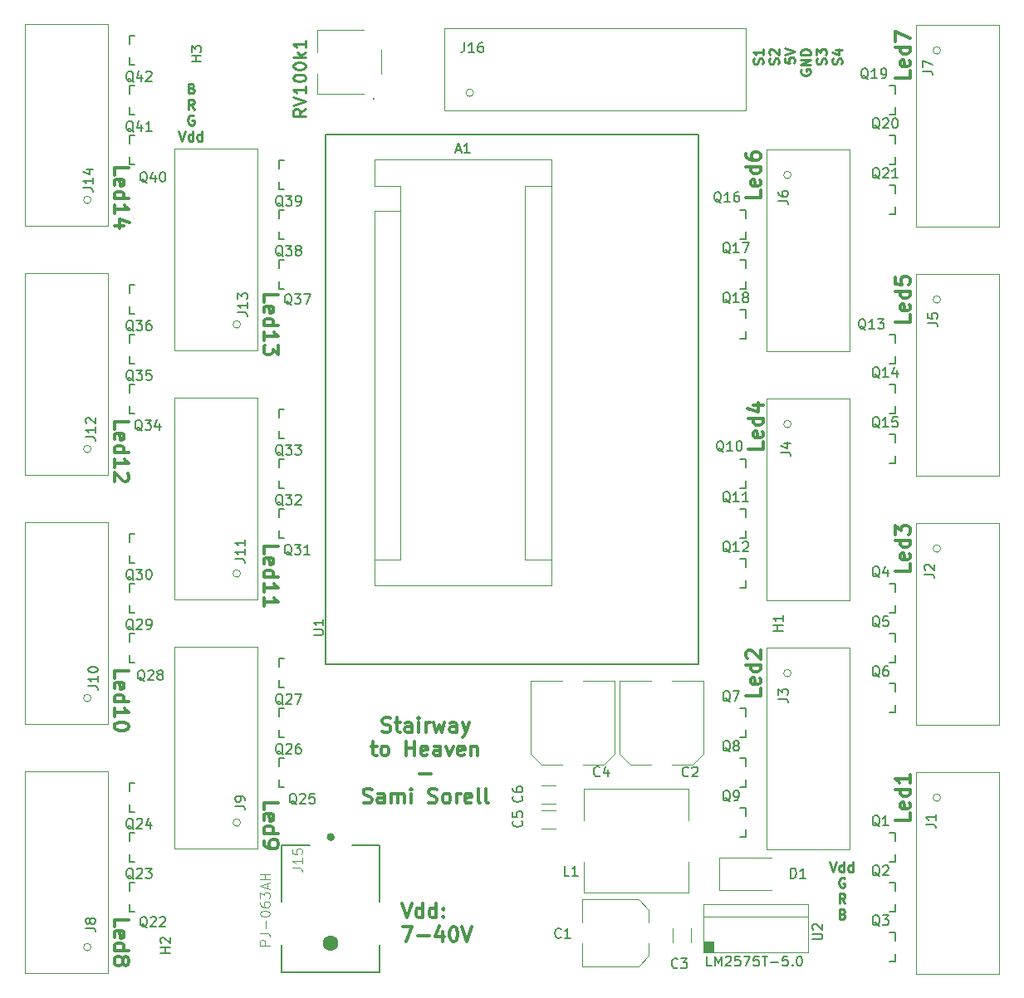
<source format=gbr>
%TF.GenerationSoftware,KiCad,Pcbnew,(6.0.1)*%
%TF.CreationDate,2022-10-30T18:49:11+02:00*%
%TF.ProjectId,stairway-to-heaven-pcb,73746169-7277-4617-992d-746f2d686561,rev?*%
%TF.SameCoordinates,Original*%
%TF.FileFunction,Legend,Top*%
%TF.FilePolarity,Positive*%
%FSLAX46Y46*%
G04 Gerber Fmt 4.6, Leading zero omitted, Abs format (unit mm)*
G04 Created by KiCad (PCBNEW (6.0.1)) date 2022-10-30 18:49:11*
%MOMM*%
%LPD*%
G01*
G04 APERTURE LIST*
%ADD10C,0.250000*%
%ADD11C,0.300000*%
%ADD12C,0.150000*%
%ADD13C,0.050000*%
%ADD14C,0.254000*%
%ADD15C,0.120000*%
%ADD16C,0.127000*%
%ADD17C,0.400000*%
%ADD18C,0.100000*%
%ADD19C,0.200000*%
%ADD20C,1.600000*%
G04 APERTURE END LIST*
D10*
X118460828Y-48313571D02*
X118603685Y-48361190D01*
X118651304Y-48408809D01*
X118698923Y-48504047D01*
X118698923Y-48646904D01*
X118651304Y-48742142D01*
X118603685Y-48789761D01*
X118508447Y-48837380D01*
X118127495Y-48837380D01*
X118127495Y-47837380D01*
X118460828Y-47837380D01*
X118556066Y-47885000D01*
X118603685Y-47932619D01*
X118651304Y-48027857D01*
X118651304Y-48123095D01*
X118603685Y-48218333D01*
X118556066Y-48265952D01*
X118460828Y-48313571D01*
X118127495Y-48313571D01*
X118698923Y-50447380D02*
X118365590Y-49971190D01*
X118127495Y-50447380D02*
X118127495Y-49447380D01*
X118508447Y-49447380D01*
X118603685Y-49495000D01*
X118651304Y-49542619D01*
X118698923Y-49637857D01*
X118698923Y-49780714D01*
X118651304Y-49875952D01*
X118603685Y-49923571D01*
X118508447Y-49971190D01*
X118127495Y-49971190D01*
X118651304Y-51105000D02*
X118556066Y-51057380D01*
X118413209Y-51057380D01*
X118270352Y-51105000D01*
X118175114Y-51200238D01*
X118127495Y-51295476D01*
X118079876Y-51485952D01*
X118079876Y-51628809D01*
X118127495Y-51819285D01*
X118175114Y-51914523D01*
X118270352Y-52009761D01*
X118413209Y-52057380D01*
X118508447Y-52057380D01*
X118651304Y-52009761D01*
X118698923Y-51962142D01*
X118698923Y-51628809D01*
X118508447Y-51628809D01*
X117151304Y-52667380D02*
X117484638Y-53667380D01*
X117817971Y-52667380D01*
X118579876Y-53667380D02*
X118579876Y-52667380D01*
X118579876Y-53619761D02*
X118484638Y-53667380D01*
X118294161Y-53667380D01*
X118198923Y-53619761D01*
X118151304Y-53572142D01*
X118103685Y-53476904D01*
X118103685Y-53191190D01*
X118151304Y-53095952D01*
X118198923Y-53048333D01*
X118294161Y-53000714D01*
X118484638Y-53000714D01*
X118579876Y-53048333D01*
X119484638Y-53667380D02*
X119484638Y-52667380D01*
X119484638Y-53619761D02*
X119389400Y-53667380D01*
X119198923Y-53667380D01*
X119103685Y-53619761D01*
X119056066Y-53572142D01*
X119008447Y-53476904D01*
X119008447Y-53191190D01*
X119056066Y-53095952D01*
X119103685Y-53048333D01*
X119198923Y-53000714D01*
X119389400Y-53000714D01*
X119484638Y-53048333D01*
D11*
X191686571Y-122221428D02*
X191686571Y-122935714D01*
X190186571Y-122935714D01*
X191615142Y-121150000D02*
X191686571Y-121292857D01*
X191686571Y-121578571D01*
X191615142Y-121721428D01*
X191472285Y-121792857D01*
X190900857Y-121792857D01*
X190758000Y-121721428D01*
X190686571Y-121578571D01*
X190686571Y-121292857D01*
X190758000Y-121150000D01*
X190900857Y-121078571D01*
X191043714Y-121078571D01*
X191186571Y-121792857D01*
X191686571Y-119792857D02*
X190186571Y-119792857D01*
X191615142Y-119792857D02*
X191686571Y-119935714D01*
X191686571Y-120221428D01*
X191615142Y-120364285D01*
X191543714Y-120435714D01*
X191400857Y-120507142D01*
X190972285Y-120507142D01*
X190829428Y-120435714D01*
X190758000Y-120364285D01*
X190686571Y-120221428D01*
X190686571Y-119935714D01*
X190758000Y-119792857D01*
X191686571Y-118292857D02*
X191686571Y-119150000D01*
X191686571Y-118721428D02*
X190186571Y-118721428D01*
X190400857Y-118864285D01*
X190543714Y-119007142D01*
X190615142Y-119150000D01*
X125813428Y-70104285D02*
X125813428Y-69390000D01*
X127313428Y-69390000D01*
X125884857Y-71175714D02*
X125813428Y-71032857D01*
X125813428Y-70747142D01*
X125884857Y-70604285D01*
X126027714Y-70532857D01*
X126599142Y-70532857D01*
X126742000Y-70604285D01*
X126813428Y-70747142D01*
X126813428Y-71032857D01*
X126742000Y-71175714D01*
X126599142Y-71247142D01*
X126456285Y-71247142D01*
X126313428Y-70532857D01*
X125813428Y-72532857D02*
X127313428Y-72532857D01*
X125884857Y-72532857D02*
X125813428Y-72390000D01*
X125813428Y-72104285D01*
X125884857Y-71961428D01*
X125956285Y-71890000D01*
X126099142Y-71818571D01*
X126527714Y-71818571D01*
X126670571Y-71890000D01*
X126742000Y-71961428D01*
X126813428Y-72104285D01*
X126813428Y-72390000D01*
X126742000Y-72532857D01*
X125813428Y-74032857D02*
X125813428Y-73175714D01*
X125813428Y-73604285D02*
X127313428Y-73604285D01*
X127099142Y-73461428D01*
X126956285Y-73318571D01*
X126884857Y-73175714D01*
X127313428Y-74532857D02*
X127313428Y-75461428D01*
X126742000Y-74961428D01*
X126742000Y-75175714D01*
X126670571Y-75318571D01*
X126599142Y-75390000D01*
X126456285Y-75461428D01*
X126099142Y-75461428D01*
X125956285Y-75390000D01*
X125884857Y-75318571D01*
X125813428Y-75175714D01*
X125813428Y-74747142D01*
X125884857Y-74604285D01*
X125956285Y-74532857D01*
X125813428Y-95758285D02*
X125813428Y-95044000D01*
X127313428Y-95044000D01*
X125884857Y-96829714D02*
X125813428Y-96686857D01*
X125813428Y-96401142D01*
X125884857Y-96258285D01*
X126027714Y-96186857D01*
X126599142Y-96186857D01*
X126742000Y-96258285D01*
X126813428Y-96401142D01*
X126813428Y-96686857D01*
X126742000Y-96829714D01*
X126599142Y-96901142D01*
X126456285Y-96901142D01*
X126313428Y-96186857D01*
X125813428Y-98186857D02*
X127313428Y-98186857D01*
X125884857Y-98186857D02*
X125813428Y-98044000D01*
X125813428Y-97758285D01*
X125884857Y-97615428D01*
X125956285Y-97544000D01*
X126099142Y-97472571D01*
X126527714Y-97472571D01*
X126670571Y-97544000D01*
X126742000Y-97615428D01*
X126813428Y-97758285D01*
X126813428Y-98044000D01*
X126742000Y-98186857D01*
X125813428Y-99686857D02*
X125813428Y-98829714D01*
X125813428Y-99258285D02*
X127313428Y-99258285D01*
X127099142Y-99115428D01*
X126956285Y-98972571D01*
X126884857Y-98829714D01*
X125813428Y-101115428D02*
X125813428Y-100258285D01*
X125813428Y-100686857D02*
X127313428Y-100686857D01*
X127099142Y-100544000D01*
X126956285Y-100401142D01*
X126884857Y-100258285D01*
X110573428Y-133810571D02*
X110573428Y-133096285D01*
X112073428Y-133096285D01*
X110644857Y-134882000D02*
X110573428Y-134739142D01*
X110573428Y-134453428D01*
X110644857Y-134310571D01*
X110787714Y-134239142D01*
X111359142Y-134239142D01*
X111502000Y-134310571D01*
X111573428Y-134453428D01*
X111573428Y-134739142D01*
X111502000Y-134882000D01*
X111359142Y-134953428D01*
X111216285Y-134953428D01*
X111073428Y-134239142D01*
X110573428Y-136239142D02*
X112073428Y-136239142D01*
X110644857Y-136239142D02*
X110573428Y-136096285D01*
X110573428Y-135810571D01*
X110644857Y-135667714D01*
X110716285Y-135596285D01*
X110859142Y-135524857D01*
X111287714Y-135524857D01*
X111430571Y-135596285D01*
X111502000Y-135667714D01*
X111573428Y-135810571D01*
X111573428Y-136096285D01*
X111502000Y-136239142D01*
X111430571Y-137167714D02*
X111502000Y-137024857D01*
X111573428Y-136953428D01*
X111716285Y-136882000D01*
X111787714Y-136882000D01*
X111930571Y-136953428D01*
X112002000Y-137024857D01*
X112073428Y-137167714D01*
X112073428Y-137453428D01*
X112002000Y-137596285D01*
X111930571Y-137667714D01*
X111787714Y-137739142D01*
X111716285Y-137739142D01*
X111573428Y-137667714D01*
X111502000Y-137596285D01*
X111430571Y-137453428D01*
X111430571Y-137167714D01*
X111359142Y-137024857D01*
X111287714Y-136953428D01*
X111144857Y-136882000D01*
X110859142Y-136882000D01*
X110716285Y-136953428D01*
X110644857Y-137024857D01*
X110573428Y-137167714D01*
X110573428Y-137453428D01*
X110644857Y-137596285D01*
X110716285Y-137667714D01*
X110859142Y-137739142D01*
X111144857Y-137739142D01*
X111287714Y-137667714D01*
X111359142Y-137596285D01*
X111430571Y-137453428D01*
X191686571Y-46529428D02*
X191686571Y-47243714D01*
X190186571Y-47243714D01*
X191615142Y-45458000D02*
X191686571Y-45600857D01*
X191686571Y-45886571D01*
X191615142Y-46029428D01*
X191472285Y-46100857D01*
X190900857Y-46100857D01*
X190758000Y-46029428D01*
X190686571Y-45886571D01*
X190686571Y-45600857D01*
X190758000Y-45458000D01*
X190900857Y-45386571D01*
X191043714Y-45386571D01*
X191186571Y-46100857D01*
X191686571Y-44100857D02*
X190186571Y-44100857D01*
X191615142Y-44100857D02*
X191686571Y-44243714D01*
X191686571Y-44529428D01*
X191615142Y-44672285D01*
X191543714Y-44743714D01*
X191400857Y-44815142D01*
X190972285Y-44815142D01*
X190829428Y-44743714D01*
X190758000Y-44672285D01*
X190686571Y-44529428D01*
X190686571Y-44243714D01*
X190758000Y-44100857D01*
X190186571Y-43529428D02*
X190186571Y-42529428D01*
X191686571Y-43172285D01*
X176446571Y-58721428D02*
X176446571Y-59435714D01*
X174946571Y-59435714D01*
X176375142Y-57650000D02*
X176446571Y-57792857D01*
X176446571Y-58078571D01*
X176375142Y-58221428D01*
X176232285Y-58292857D01*
X175660857Y-58292857D01*
X175518000Y-58221428D01*
X175446571Y-58078571D01*
X175446571Y-57792857D01*
X175518000Y-57650000D01*
X175660857Y-57578571D01*
X175803714Y-57578571D01*
X175946571Y-58292857D01*
X176446571Y-56292857D02*
X174946571Y-56292857D01*
X176375142Y-56292857D02*
X176446571Y-56435714D01*
X176446571Y-56721428D01*
X176375142Y-56864285D01*
X176303714Y-56935714D01*
X176160857Y-57007142D01*
X175732285Y-57007142D01*
X175589428Y-56935714D01*
X175518000Y-56864285D01*
X175446571Y-56721428D01*
X175446571Y-56435714D01*
X175518000Y-56292857D01*
X174946571Y-54935714D02*
X174946571Y-55221428D01*
X175018000Y-55364285D01*
X175089428Y-55435714D01*
X175303714Y-55578571D01*
X175589428Y-55650000D01*
X176160857Y-55650000D01*
X176303714Y-55578571D01*
X176375142Y-55507142D01*
X176446571Y-55364285D01*
X176446571Y-55078571D01*
X176375142Y-54935714D01*
X176303714Y-54864285D01*
X176160857Y-54792857D01*
X175803714Y-54792857D01*
X175660857Y-54864285D01*
X175589428Y-54935714D01*
X175518000Y-55078571D01*
X175518000Y-55364285D01*
X175589428Y-55507142D01*
X175660857Y-55578571D01*
X175803714Y-55650000D01*
X191686571Y-96821428D02*
X191686571Y-97535714D01*
X190186571Y-97535714D01*
X191615142Y-95750000D02*
X191686571Y-95892857D01*
X191686571Y-96178571D01*
X191615142Y-96321428D01*
X191472285Y-96392857D01*
X190900857Y-96392857D01*
X190758000Y-96321428D01*
X190686571Y-96178571D01*
X190686571Y-95892857D01*
X190758000Y-95750000D01*
X190900857Y-95678571D01*
X191043714Y-95678571D01*
X191186571Y-96392857D01*
X191686571Y-94392857D02*
X190186571Y-94392857D01*
X191615142Y-94392857D02*
X191686571Y-94535714D01*
X191686571Y-94821428D01*
X191615142Y-94964285D01*
X191543714Y-95035714D01*
X191400857Y-95107142D01*
X190972285Y-95107142D01*
X190829428Y-95035714D01*
X190758000Y-94964285D01*
X190686571Y-94821428D01*
X190686571Y-94535714D01*
X190758000Y-94392857D01*
X190186571Y-93821428D02*
X190186571Y-92892857D01*
X190758000Y-93392857D01*
X190758000Y-93178571D01*
X190829428Y-93035714D01*
X190900857Y-92964285D01*
X191043714Y-92892857D01*
X191400857Y-92892857D01*
X191543714Y-92964285D01*
X191615142Y-93035714D01*
X191686571Y-93178571D01*
X191686571Y-93607142D01*
X191615142Y-93750000D01*
X191543714Y-93821428D01*
X176446571Y-109521428D02*
X176446571Y-110235714D01*
X174946571Y-110235714D01*
X176375142Y-108450000D02*
X176446571Y-108592857D01*
X176446571Y-108878571D01*
X176375142Y-109021428D01*
X176232285Y-109092857D01*
X175660857Y-109092857D01*
X175518000Y-109021428D01*
X175446571Y-108878571D01*
X175446571Y-108592857D01*
X175518000Y-108450000D01*
X175660857Y-108378571D01*
X175803714Y-108378571D01*
X175946571Y-109092857D01*
X176446571Y-107092857D02*
X174946571Y-107092857D01*
X176375142Y-107092857D02*
X176446571Y-107235714D01*
X176446571Y-107521428D01*
X176375142Y-107664285D01*
X176303714Y-107735714D01*
X176160857Y-107807142D01*
X175732285Y-107807142D01*
X175589428Y-107735714D01*
X175518000Y-107664285D01*
X175446571Y-107521428D01*
X175446571Y-107235714D01*
X175518000Y-107092857D01*
X175089428Y-106450000D02*
X175018000Y-106378571D01*
X174946571Y-106235714D01*
X174946571Y-105878571D01*
X175018000Y-105735714D01*
X175089428Y-105664285D01*
X175232285Y-105592857D01*
X175375142Y-105592857D01*
X175589428Y-105664285D01*
X176446571Y-106521428D01*
X176446571Y-105592857D01*
X125813428Y-121872571D02*
X125813428Y-121158285D01*
X127313428Y-121158285D01*
X125884857Y-122944000D02*
X125813428Y-122801142D01*
X125813428Y-122515428D01*
X125884857Y-122372571D01*
X126027714Y-122301142D01*
X126599142Y-122301142D01*
X126742000Y-122372571D01*
X126813428Y-122515428D01*
X126813428Y-122801142D01*
X126742000Y-122944000D01*
X126599142Y-123015428D01*
X126456285Y-123015428D01*
X126313428Y-122301142D01*
X125813428Y-124301142D02*
X127313428Y-124301142D01*
X125884857Y-124301142D02*
X125813428Y-124158285D01*
X125813428Y-123872571D01*
X125884857Y-123729714D01*
X125956285Y-123658285D01*
X126099142Y-123586857D01*
X126527714Y-123586857D01*
X126670571Y-123658285D01*
X126742000Y-123729714D01*
X126813428Y-123872571D01*
X126813428Y-124158285D01*
X126742000Y-124301142D01*
X125813428Y-125086857D02*
X125813428Y-125372571D01*
X125884857Y-125515428D01*
X125956285Y-125586857D01*
X126170571Y-125729714D01*
X126456285Y-125801142D01*
X127027714Y-125801142D01*
X127170571Y-125729714D01*
X127242000Y-125658285D01*
X127313428Y-125515428D01*
X127313428Y-125229714D01*
X127242000Y-125086857D01*
X127170571Y-125015428D01*
X127027714Y-124944000D01*
X126670571Y-124944000D01*
X126527714Y-125015428D01*
X126456285Y-125086857D01*
X126384857Y-125229714D01*
X126384857Y-125515428D01*
X126456285Y-125658285D01*
X126527714Y-125729714D01*
X126670571Y-125801142D01*
X110573428Y-57150285D02*
X110573428Y-56436000D01*
X112073428Y-56436000D01*
X110644857Y-58221714D02*
X110573428Y-58078857D01*
X110573428Y-57793142D01*
X110644857Y-57650285D01*
X110787714Y-57578857D01*
X111359142Y-57578857D01*
X111502000Y-57650285D01*
X111573428Y-57793142D01*
X111573428Y-58078857D01*
X111502000Y-58221714D01*
X111359142Y-58293142D01*
X111216285Y-58293142D01*
X111073428Y-57578857D01*
X110573428Y-59578857D02*
X112073428Y-59578857D01*
X110644857Y-59578857D02*
X110573428Y-59436000D01*
X110573428Y-59150285D01*
X110644857Y-59007428D01*
X110716285Y-58936000D01*
X110859142Y-58864571D01*
X111287714Y-58864571D01*
X111430571Y-58936000D01*
X111502000Y-59007428D01*
X111573428Y-59150285D01*
X111573428Y-59436000D01*
X111502000Y-59578857D01*
X110573428Y-61078857D02*
X110573428Y-60221714D01*
X110573428Y-60650285D02*
X112073428Y-60650285D01*
X111859142Y-60507428D01*
X111716285Y-60364571D01*
X111644857Y-60221714D01*
X111573428Y-62364571D02*
X110573428Y-62364571D01*
X112144857Y-62007428D02*
X111073428Y-61650285D01*
X111073428Y-62578857D01*
X137897942Y-113900842D02*
X138112228Y-113972271D01*
X138469371Y-113972271D01*
X138612228Y-113900842D01*
X138683657Y-113829414D01*
X138755085Y-113686557D01*
X138755085Y-113543700D01*
X138683657Y-113400842D01*
X138612228Y-113329414D01*
X138469371Y-113257985D01*
X138183657Y-113186557D01*
X138040800Y-113115128D01*
X137969371Y-113043700D01*
X137897942Y-112900842D01*
X137897942Y-112757985D01*
X137969371Y-112615128D01*
X138040800Y-112543700D01*
X138183657Y-112472271D01*
X138540800Y-112472271D01*
X138755085Y-112543700D01*
X139183657Y-112972271D02*
X139755085Y-112972271D01*
X139397942Y-112472271D02*
X139397942Y-113757985D01*
X139469371Y-113900842D01*
X139612228Y-113972271D01*
X139755085Y-113972271D01*
X140897942Y-113972271D02*
X140897942Y-113186557D01*
X140826514Y-113043700D01*
X140683657Y-112972271D01*
X140397942Y-112972271D01*
X140255085Y-113043700D01*
X140897942Y-113900842D02*
X140755085Y-113972271D01*
X140397942Y-113972271D01*
X140255085Y-113900842D01*
X140183657Y-113757985D01*
X140183657Y-113615128D01*
X140255085Y-113472271D01*
X140397942Y-113400842D01*
X140755085Y-113400842D01*
X140897942Y-113329414D01*
X141612228Y-113972271D02*
X141612228Y-112972271D01*
X141612228Y-112472271D02*
X141540800Y-112543700D01*
X141612228Y-112615128D01*
X141683657Y-112543700D01*
X141612228Y-112472271D01*
X141612228Y-112615128D01*
X142326514Y-113972271D02*
X142326514Y-112972271D01*
X142326514Y-113257985D02*
X142397942Y-113115128D01*
X142469371Y-113043700D01*
X142612228Y-112972271D01*
X142755085Y-112972271D01*
X143112228Y-112972271D02*
X143397942Y-113972271D01*
X143683657Y-113257985D01*
X143969371Y-113972271D01*
X144255085Y-112972271D01*
X145469371Y-113972271D02*
X145469371Y-113186557D01*
X145397942Y-113043700D01*
X145255085Y-112972271D01*
X144969371Y-112972271D01*
X144826514Y-113043700D01*
X145469371Y-113900842D02*
X145326514Y-113972271D01*
X144969371Y-113972271D01*
X144826514Y-113900842D01*
X144755085Y-113757985D01*
X144755085Y-113615128D01*
X144826514Y-113472271D01*
X144969371Y-113400842D01*
X145326514Y-113400842D01*
X145469371Y-113329414D01*
X146040800Y-112972271D02*
X146397942Y-113972271D01*
X146755085Y-112972271D02*
X146397942Y-113972271D01*
X146255085Y-114329414D01*
X146183657Y-114400842D01*
X146040800Y-114472271D01*
X136755085Y-115387271D02*
X137326514Y-115387271D01*
X136969371Y-114887271D02*
X136969371Y-116172985D01*
X137040800Y-116315842D01*
X137183657Y-116387271D01*
X137326514Y-116387271D01*
X138040800Y-116387271D02*
X137897942Y-116315842D01*
X137826514Y-116244414D01*
X137755085Y-116101557D01*
X137755085Y-115672985D01*
X137826514Y-115530128D01*
X137897942Y-115458700D01*
X138040800Y-115387271D01*
X138255085Y-115387271D01*
X138397942Y-115458700D01*
X138469371Y-115530128D01*
X138540800Y-115672985D01*
X138540800Y-116101557D01*
X138469371Y-116244414D01*
X138397942Y-116315842D01*
X138255085Y-116387271D01*
X138040800Y-116387271D01*
X140326514Y-116387271D02*
X140326514Y-114887271D01*
X140326514Y-115601557D02*
X141183657Y-115601557D01*
X141183657Y-116387271D02*
X141183657Y-114887271D01*
X142469371Y-116315842D02*
X142326514Y-116387271D01*
X142040800Y-116387271D01*
X141897942Y-116315842D01*
X141826514Y-116172985D01*
X141826514Y-115601557D01*
X141897942Y-115458700D01*
X142040800Y-115387271D01*
X142326514Y-115387271D01*
X142469371Y-115458700D01*
X142540800Y-115601557D01*
X142540800Y-115744414D01*
X141826514Y-115887271D01*
X143826514Y-116387271D02*
X143826514Y-115601557D01*
X143755085Y-115458700D01*
X143612228Y-115387271D01*
X143326514Y-115387271D01*
X143183657Y-115458700D01*
X143826514Y-116315842D02*
X143683657Y-116387271D01*
X143326514Y-116387271D01*
X143183657Y-116315842D01*
X143112228Y-116172985D01*
X143112228Y-116030128D01*
X143183657Y-115887271D01*
X143326514Y-115815842D01*
X143683657Y-115815842D01*
X143826514Y-115744414D01*
X144397942Y-115387271D02*
X144755085Y-116387271D01*
X145112228Y-115387271D01*
X146255085Y-116315842D02*
X146112228Y-116387271D01*
X145826514Y-116387271D01*
X145683657Y-116315842D01*
X145612228Y-116172985D01*
X145612228Y-115601557D01*
X145683657Y-115458700D01*
X145826514Y-115387271D01*
X146112228Y-115387271D01*
X146255085Y-115458700D01*
X146326514Y-115601557D01*
X146326514Y-115744414D01*
X145612228Y-115887271D01*
X146969371Y-115387271D02*
X146969371Y-116387271D01*
X146969371Y-115530128D02*
X147040800Y-115458700D01*
X147183657Y-115387271D01*
X147397942Y-115387271D01*
X147540800Y-115458700D01*
X147612228Y-115601557D01*
X147612228Y-116387271D01*
X141719371Y-118230842D02*
X142862228Y-118230842D01*
X135969371Y-121145842D02*
X136183657Y-121217271D01*
X136540800Y-121217271D01*
X136683657Y-121145842D01*
X136755085Y-121074414D01*
X136826514Y-120931557D01*
X136826514Y-120788700D01*
X136755085Y-120645842D01*
X136683657Y-120574414D01*
X136540800Y-120502985D01*
X136255085Y-120431557D01*
X136112228Y-120360128D01*
X136040800Y-120288700D01*
X135969371Y-120145842D01*
X135969371Y-120002985D01*
X136040800Y-119860128D01*
X136112228Y-119788700D01*
X136255085Y-119717271D01*
X136612228Y-119717271D01*
X136826514Y-119788700D01*
X138112228Y-121217271D02*
X138112228Y-120431557D01*
X138040800Y-120288700D01*
X137897942Y-120217271D01*
X137612228Y-120217271D01*
X137469371Y-120288700D01*
X138112228Y-121145842D02*
X137969371Y-121217271D01*
X137612228Y-121217271D01*
X137469371Y-121145842D01*
X137397942Y-121002985D01*
X137397942Y-120860128D01*
X137469371Y-120717271D01*
X137612228Y-120645842D01*
X137969371Y-120645842D01*
X138112228Y-120574414D01*
X138826514Y-121217271D02*
X138826514Y-120217271D01*
X138826514Y-120360128D02*
X138897942Y-120288700D01*
X139040800Y-120217271D01*
X139255085Y-120217271D01*
X139397942Y-120288700D01*
X139469371Y-120431557D01*
X139469371Y-121217271D01*
X139469371Y-120431557D02*
X139540800Y-120288700D01*
X139683657Y-120217271D01*
X139897942Y-120217271D01*
X140040800Y-120288700D01*
X140112228Y-120431557D01*
X140112228Y-121217271D01*
X140826514Y-121217271D02*
X140826514Y-120217271D01*
X140826514Y-119717271D02*
X140755085Y-119788700D01*
X140826514Y-119860128D01*
X140897942Y-119788700D01*
X140826514Y-119717271D01*
X140826514Y-119860128D01*
X142612228Y-121145842D02*
X142826514Y-121217271D01*
X143183657Y-121217271D01*
X143326514Y-121145842D01*
X143397942Y-121074414D01*
X143469371Y-120931557D01*
X143469371Y-120788700D01*
X143397942Y-120645842D01*
X143326514Y-120574414D01*
X143183657Y-120502985D01*
X142897942Y-120431557D01*
X142755085Y-120360128D01*
X142683657Y-120288700D01*
X142612228Y-120145842D01*
X142612228Y-120002985D01*
X142683657Y-119860128D01*
X142755085Y-119788700D01*
X142897942Y-119717271D01*
X143255085Y-119717271D01*
X143469371Y-119788700D01*
X144326514Y-121217271D02*
X144183657Y-121145842D01*
X144112228Y-121074414D01*
X144040800Y-120931557D01*
X144040800Y-120502985D01*
X144112228Y-120360128D01*
X144183657Y-120288700D01*
X144326514Y-120217271D01*
X144540800Y-120217271D01*
X144683657Y-120288700D01*
X144755085Y-120360128D01*
X144826514Y-120502985D01*
X144826514Y-120931557D01*
X144755085Y-121074414D01*
X144683657Y-121145842D01*
X144540800Y-121217271D01*
X144326514Y-121217271D01*
X145469371Y-121217271D02*
X145469371Y-120217271D01*
X145469371Y-120502985D02*
X145540800Y-120360128D01*
X145612228Y-120288700D01*
X145755085Y-120217271D01*
X145897942Y-120217271D01*
X146969371Y-121145842D02*
X146826514Y-121217271D01*
X146540800Y-121217271D01*
X146397942Y-121145842D01*
X146326514Y-121002985D01*
X146326514Y-120431557D01*
X146397942Y-120288700D01*
X146540800Y-120217271D01*
X146826514Y-120217271D01*
X146969371Y-120288700D01*
X147040800Y-120431557D01*
X147040800Y-120574414D01*
X146326514Y-120717271D01*
X147897942Y-121217271D02*
X147755085Y-121145842D01*
X147683657Y-121002985D01*
X147683657Y-119717271D01*
X148683657Y-121217271D02*
X148540800Y-121145842D01*
X148469371Y-121002985D01*
X148469371Y-119717271D01*
X110573428Y-83058285D02*
X110573428Y-82344000D01*
X112073428Y-82344000D01*
X110644857Y-84129714D02*
X110573428Y-83986857D01*
X110573428Y-83701142D01*
X110644857Y-83558285D01*
X110787714Y-83486857D01*
X111359142Y-83486857D01*
X111502000Y-83558285D01*
X111573428Y-83701142D01*
X111573428Y-83986857D01*
X111502000Y-84129714D01*
X111359142Y-84201142D01*
X111216285Y-84201142D01*
X111073428Y-83486857D01*
X110573428Y-85486857D02*
X112073428Y-85486857D01*
X110644857Y-85486857D02*
X110573428Y-85344000D01*
X110573428Y-85058285D01*
X110644857Y-84915428D01*
X110716285Y-84844000D01*
X110859142Y-84772571D01*
X111287714Y-84772571D01*
X111430571Y-84844000D01*
X111502000Y-84915428D01*
X111573428Y-85058285D01*
X111573428Y-85344000D01*
X111502000Y-85486857D01*
X110573428Y-86986857D02*
X110573428Y-86129714D01*
X110573428Y-86558285D02*
X112073428Y-86558285D01*
X111859142Y-86415428D01*
X111716285Y-86272571D01*
X111644857Y-86129714D01*
X111930571Y-87558285D02*
X112002000Y-87629714D01*
X112073428Y-87772571D01*
X112073428Y-88129714D01*
X112002000Y-88272571D01*
X111930571Y-88344000D01*
X111787714Y-88415428D01*
X111644857Y-88415428D01*
X111430571Y-88344000D01*
X110573428Y-87486857D01*
X110573428Y-88415428D01*
X110573428Y-108458285D02*
X110573428Y-107744000D01*
X112073428Y-107744000D01*
X110644857Y-109529714D02*
X110573428Y-109386857D01*
X110573428Y-109101142D01*
X110644857Y-108958285D01*
X110787714Y-108886857D01*
X111359142Y-108886857D01*
X111502000Y-108958285D01*
X111573428Y-109101142D01*
X111573428Y-109386857D01*
X111502000Y-109529714D01*
X111359142Y-109601142D01*
X111216285Y-109601142D01*
X111073428Y-108886857D01*
X110573428Y-110886857D02*
X112073428Y-110886857D01*
X110644857Y-110886857D02*
X110573428Y-110744000D01*
X110573428Y-110458285D01*
X110644857Y-110315428D01*
X110716285Y-110244000D01*
X110859142Y-110172571D01*
X111287714Y-110172571D01*
X111430571Y-110244000D01*
X111502000Y-110315428D01*
X111573428Y-110458285D01*
X111573428Y-110744000D01*
X111502000Y-110886857D01*
X110573428Y-112386857D02*
X110573428Y-111529714D01*
X110573428Y-111958285D02*
X112073428Y-111958285D01*
X111859142Y-111815428D01*
X111716285Y-111672571D01*
X111644857Y-111529714D01*
X112073428Y-113315428D02*
X112073428Y-113458285D01*
X112002000Y-113601142D01*
X111930571Y-113672571D01*
X111787714Y-113744000D01*
X111502000Y-113815428D01*
X111144857Y-113815428D01*
X110859142Y-113744000D01*
X110716285Y-113672571D01*
X110644857Y-113601142D01*
X110573428Y-113458285D01*
X110573428Y-113315428D01*
X110644857Y-113172571D01*
X110716285Y-113101142D01*
X110859142Y-113029714D01*
X111144857Y-112958285D01*
X111502000Y-112958285D01*
X111787714Y-113029714D01*
X111930571Y-113101142D01*
X112002000Y-113172571D01*
X112073428Y-113315428D01*
X139885457Y-131397271D02*
X140385457Y-132897271D01*
X140885457Y-131397271D01*
X142028314Y-132897271D02*
X142028314Y-131397271D01*
X142028314Y-132825842D02*
X141885457Y-132897271D01*
X141599742Y-132897271D01*
X141456885Y-132825842D01*
X141385457Y-132754414D01*
X141314028Y-132611557D01*
X141314028Y-132182985D01*
X141385457Y-132040128D01*
X141456885Y-131968700D01*
X141599742Y-131897271D01*
X141885457Y-131897271D01*
X142028314Y-131968700D01*
X143385457Y-132897271D02*
X143385457Y-131397271D01*
X143385457Y-132825842D02*
X143242600Y-132897271D01*
X142956885Y-132897271D01*
X142814028Y-132825842D01*
X142742600Y-132754414D01*
X142671171Y-132611557D01*
X142671171Y-132182985D01*
X142742600Y-132040128D01*
X142814028Y-131968700D01*
X142956885Y-131897271D01*
X143242600Y-131897271D01*
X143385457Y-131968700D01*
X144099742Y-132754414D02*
X144171171Y-132825842D01*
X144099742Y-132897271D01*
X144028314Y-132825842D01*
X144099742Y-132754414D01*
X144099742Y-132897271D01*
X144099742Y-131968700D02*
X144171171Y-132040128D01*
X144099742Y-132111557D01*
X144028314Y-132040128D01*
X144099742Y-131968700D01*
X144099742Y-132111557D01*
X139956885Y-133812271D02*
X140956885Y-133812271D01*
X140314028Y-135312271D01*
X141528314Y-134740842D02*
X142671171Y-134740842D01*
X144028314Y-134312271D02*
X144028314Y-135312271D01*
X143671171Y-133740842D02*
X143314028Y-134812271D01*
X144242600Y-134812271D01*
X145099742Y-133812271D02*
X145242600Y-133812271D01*
X145385457Y-133883700D01*
X145456885Y-133955128D01*
X145528314Y-134097985D01*
X145599742Y-134383700D01*
X145599742Y-134740842D01*
X145528314Y-135026557D01*
X145456885Y-135169414D01*
X145385457Y-135240842D01*
X145242600Y-135312271D01*
X145099742Y-135312271D01*
X144956885Y-135240842D01*
X144885457Y-135169414D01*
X144814028Y-135026557D01*
X144742600Y-134740842D01*
X144742600Y-134383700D01*
X144814028Y-134097985D01*
X144885457Y-133955128D01*
X144956885Y-133883700D01*
X145099742Y-133812271D01*
X146028314Y-133812271D02*
X146528314Y-135312271D01*
X147028314Y-133812271D01*
X176700571Y-84375428D02*
X176700571Y-85089714D01*
X175200571Y-85089714D01*
X176629142Y-83304000D02*
X176700571Y-83446857D01*
X176700571Y-83732571D01*
X176629142Y-83875428D01*
X176486285Y-83946857D01*
X175914857Y-83946857D01*
X175772000Y-83875428D01*
X175700571Y-83732571D01*
X175700571Y-83446857D01*
X175772000Y-83304000D01*
X175914857Y-83232571D01*
X176057714Y-83232571D01*
X176200571Y-83946857D01*
X176700571Y-81946857D02*
X175200571Y-81946857D01*
X176629142Y-81946857D02*
X176700571Y-82089714D01*
X176700571Y-82375428D01*
X176629142Y-82518285D01*
X176557714Y-82589714D01*
X176414857Y-82661142D01*
X175986285Y-82661142D01*
X175843428Y-82589714D01*
X175772000Y-82518285D01*
X175700571Y-82375428D01*
X175700571Y-82089714D01*
X175772000Y-81946857D01*
X175700571Y-80589714D02*
X176700571Y-80589714D01*
X175129142Y-80946857D02*
X176200571Y-81304000D01*
X176200571Y-80375428D01*
D10*
X183521504Y-127212380D02*
X183854838Y-128212380D01*
X184188171Y-127212380D01*
X184950076Y-128212380D02*
X184950076Y-127212380D01*
X184950076Y-128164761D02*
X184854838Y-128212380D01*
X184664361Y-128212380D01*
X184569123Y-128164761D01*
X184521504Y-128117142D01*
X184473885Y-128021904D01*
X184473885Y-127736190D01*
X184521504Y-127640952D01*
X184569123Y-127593333D01*
X184664361Y-127545714D01*
X184854838Y-127545714D01*
X184950076Y-127593333D01*
X185854838Y-128212380D02*
X185854838Y-127212380D01*
X185854838Y-128164761D02*
X185759600Y-128212380D01*
X185569123Y-128212380D01*
X185473885Y-128164761D01*
X185426266Y-128117142D01*
X185378647Y-128021904D01*
X185378647Y-127736190D01*
X185426266Y-127640952D01*
X185473885Y-127593333D01*
X185569123Y-127545714D01*
X185759600Y-127545714D01*
X185854838Y-127593333D01*
X185021504Y-128870000D02*
X184926266Y-128822380D01*
X184783409Y-128822380D01*
X184640552Y-128870000D01*
X184545314Y-128965238D01*
X184497695Y-129060476D01*
X184450076Y-129250952D01*
X184450076Y-129393809D01*
X184497695Y-129584285D01*
X184545314Y-129679523D01*
X184640552Y-129774761D01*
X184783409Y-129822380D01*
X184878647Y-129822380D01*
X185021504Y-129774761D01*
X185069123Y-129727142D01*
X185069123Y-129393809D01*
X184878647Y-129393809D01*
X185069123Y-131432380D02*
X184735790Y-130956190D01*
X184497695Y-131432380D02*
X184497695Y-130432380D01*
X184878647Y-130432380D01*
X184973885Y-130480000D01*
X185021504Y-130527619D01*
X185069123Y-130622857D01*
X185069123Y-130765714D01*
X185021504Y-130860952D01*
X184973885Y-130908571D01*
X184878647Y-130956190D01*
X184497695Y-130956190D01*
X184831028Y-132518571D02*
X184973885Y-132566190D01*
X185021504Y-132613809D01*
X185069123Y-132709047D01*
X185069123Y-132851904D01*
X185021504Y-132947142D01*
X184973885Y-132994761D01*
X184878647Y-133042380D01*
X184497695Y-133042380D01*
X184497695Y-132042380D01*
X184831028Y-132042380D01*
X184926266Y-132090000D01*
X184973885Y-132137619D01*
X185021504Y-132232857D01*
X185021504Y-132328095D01*
X184973885Y-132423333D01*
X184926266Y-132470952D01*
X184831028Y-132518571D01*
X184497695Y-132518571D01*
X176668961Y-45844185D02*
X176716580Y-45701328D01*
X176716580Y-45463233D01*
X176668961Y-45367995D01*
X176621342Y-45320376D01*
X176526104Y-45272757D01*
X176430866Y-45272757D01*
X176335628Y-45320376D01*
X176288009Y-45367995D01*
X176240390Y-45463233D01*
X176192771Y-45653709D01*
X176145152Y-45748947D01*
X176097533Y-45796566D01*
X176002295Y-45844185D01*
X175907057Y-45844185D01*
X175811819Y-45796566D01*
X175764200Y-45748947D01*
X175716580Y-45653709D01*
X175716580Y-45415614D01*
X175764200Y-45272757D01*
X176716580Y-44320376D02*
X176716580Y-44891804D01*
X176716580Y-44606090D02*
X175716580Y-44606090D01*
X175859438Y-44701328D01*
X175954676Y-44796566D01*
X176002295Y-44891804D01*
X178278961Y-45844185D02*
X178326580Y-45701328D01*
X178326580Y-45463233D01*
X178278961Y-45367995D01*
X178231342Y-45320376D01*
X178136104Y-45272757D01*
X178040866Y-45272757D01*
X177945628Y-45320376D01*
X177898009Y-45367995D01*
X177850390Y-45463233D01*
X177802771Y-45653709D01*
X177755152Y-45748947D01*
X177707533Y-45796566D01*
X177612295Y-45844185D01*
X177517057Y-45844185D01*
X177421819Y-45796566D01*
X177374200Y-45748947D01*
X177326580Y-45653709D01*
X177326580Y-45415614D01*
X177374200Y-45272757D01*
X177421819Y-44891804D02*
X177374200Y-44844185D01*
X177326580Y-44748947D01*
X177326580Y-44510852D01*
X177374200Y-44415614D01*
X177421819Y-44367995D01*
X177517057Y-44320376D01*
X177612295Y-44320376D01*
X177755152Y-44367995D01*
X178326580Y-44939423D01*
X178326580Y-44320376D01*
X178936580Y-45225138D02*
X178936580Y-45701328D01*
X179412771Y-45748947D01*
X179365152Y-45701328D01*
X179317533Y-45606090D01*
X179317533Y-45367995D01*
X179365152Y-45272757D01*
X179412771Y-45225138D01*
X179508009Y-45177519D01*
X179746104Y-45177519D01*
X179841342Y-45225138D01*
X179888961Y-45272757D01*
X179936580Y-45367995D01*
X179936580Y-45606090D01*
X179888961Y-45701328D01*
X179841342Y-45748947D01*
X178936580Y-44891804D02*
X179936580Y-44558471D01*
X178936580Y-44225138D01*
X180594200Y-46415614D02*
X180546580Y-46510852D01*
X180546580Y-46653709D01*
X180594200Y-46796566D01*
X180689438Y-46891804D01*
X180784676Y-46939423D01*
X180975152Y-46987042D01*
X181118009Y-46987042D01*
X181308485Y-46939423D01*
X181403723Y-46891804D01*
X181498961Y-46796566D01*
X181546580Y-46653709D01*
X181546580Y-46558471D01*
X181498961Y-46415614D01*
X181451342Y-46367995D01*
X181118009Y-46367995D01*
X181118009Y-46558471D01*
X181546580Y-45939423D02*
X180546580Y-45939423D01*
X181546580Y-45367995D01*
X180546580Y-45367995D01*
X181546580Y-44891804D02*
X180546580Y-44891804D01*
X180546580Y-44653709D01*
X180594200Y-44510852D01*
X180689438Y-44415614D01*
X180784676Y-44367995D01*
X180975152Y-44320376D01*
X181118009Y-44320376D01*
X181308485Y-44367995D01*
X181403723Y-44415614D01*
X181498961Y-44510852D01*
X181546580Y-44653709D01*
X181546580Y-44891804D01*
X183108961Y-45844185D02*
X183156580Y-45701328D01*
X183156580Y-45463233D01*
X183108961Y-45367995D01*
X183061342Y-45320376D01*
X182966104Y-45272757D01*
X182870866Y-45272757D01*
X182775628Y-45320376D01*
X182728009Y-45367995D01*
X182680390Y-45463233D01*
X182632771Y-45653709D01*
X182585152Y-45748947D01*
X182537533Y-45796566D01*
X182442295Y-45844185D01*
X182347057Y-45844185D01*
X182251819Y-45796566D01*
X182204200Y-45748947D01*
X182156580Y-45653709D01*
X182156580Y-45415614D01*
X182204200Y-45272757D01*
X182156580Y-44939423D02*
X182156580Y-44320376D01*
X182537533Y-44653709D01*
X182537533Y-44510852D01*
X182585152Y-44415614D01*
X182632771Y-44367995D01*
X182728009Y-44320376D01*
X182966104Y-44320376D01*
X183061342Y-44367995D01*
X183108961Y-44415614D01*
X183156580Y-44510852D01*
X183156580Y-44796566D01*
X183108961Y-44891804D01*
X183061342Y-44939423D01*
X184718961Y-45844185D02*
X184766580Y-45701328D01*
X184766580Y-45463233D01*
X184718961Y-45367995D01*
X184671342Y-45320376D01*
X184576104Y-45272757D01*
X184480866Y-45272757D01*
X184385628Y-45320376D01*
X184338009Y-45367995D01*
X184290390Y-45463233D01*
X184242771Y-45653709D01*
X184195152Y-45748947D01*
X184147533Y-45796566D01*
X184052295Y-45844185D01*
X183957057Y-45844185D01*
X183861819Y-45796566D01*
X183814200Y-45748947D01*
X183766580Y-45653709D01*
X183766580Y-45415614D01*
X183814200Y-45272757D01*
X184099914Y-44415614D02*
X184766580Y-44415614D01*
X183718961Y-44653709D02*
X184433247Y-44891804D01*
X184433247Y-44272757D01*
D11*
X191686571Y-71421428D02*
X191686571Y-72135714D01*
X190186571Y-72135714D01*
X191615142Y-70350000D02*
X191686571Y-70492857D01*
X191686571Y-70778571D01*
X191615142Y-70921428D01*
X191472285Y-70992857D01*
X190900857Y-70992857D01*
X190758000Y-70921428D01*
X190686571Y-70778571D01*
X190686571Y-70492857D01*
X190758000Y-70350000D01*
X190900857Y-70278571D01*
X191043714Y-70278571D01*
X191186571Y-70992857D01*
X191686571Y-68992857D02*
X190186571Y-68992857D01*
X191615142Y-68992857D02*
X191686571Y-69135714D01*
X191686571Y-69421428D01*
X191615142Y-69564285D01*
X191543714Y-69635714D01*
X191400857Y-69707142D01*
X190972285Y-69707142D01*
X190829428Y-69635714D01*
X190758000Y-69564285D01*
X190686571Y-69421428D01*
X190686571Y-69135714D01*
X190758000Y-68992857D01*
X190186571Y-67564285D02*
X190186571Y-68278571D01*
X190900857Y-68350000D01*
X190829428Y-68278571D01*
X190758000Y-68135714D01*
X190758000Y-67778571D01*
X190829428Y-67635714D01*
X190900857Y-67564285D01*
X191043714Y-67492857D01*
X191400857Y-67492857D01*
X191543714Y-67564285D01*
X191615142Y-67635714D01*
X191686571Y-67778571D01*
X191686571Y-68135714D01*
X191615142Y-68278571D01*
X191543714Y-68350000D01*
D12*
%TO.C,Q3*%
X188594957Y-133752619D02*
X188499719Y-133705000D01*
X188404481Y-133609761D01*
X188261624Y-133466904D01*
X188166386Y-133419285D01*
X188071148Y-133419285D01*
X188118767Y-133657380D02*
X188023529Y-133609761D01*
X187928291Y-133514523D01*
X187880672Y-133324047D01*
X187880672Y-132990714D01*
X187928291Y-132800238D01*
X188023529Y-132705000D01*
X188118767Y-132657380D01*
X188309243Y-132657380D01*
X188404481Y-132705000D01*
X188499719Y-132800238D01*
X188547338Y-132990714D01*
X188547338Y-133324047D01*
X188499719Y-133514523D01*
X188404481Y-133609761D01*
X188309243Y-133657380D01*
X188118767Y-133657380D01*
X188880672Y-132657380D02*
X189499719Y-132657380D01*
X189166386Y-133038333D01*
X189309243Y-133038333D01*
X189404481Y-133085952D01*
X189452100Y-133133571D01*
X189499719Y-133228809D01*
X189499719Y-133466904D01*
X189452100Y-133562142D01*
X189404481Y-133609761D01*
X189309243Y-133657380D01*
X189023529Y-133657380D01*
X188928291Y-133609761D01*
X188880672Y-133562142D01*
%TO.C,Q27*%
X127762184Y-111182619D02*
X127666946Y-111135000D01*
X127571708Y-111039761D01*
X127428851Y-110896904D01*
X127333613Y-110849285D01*
X127238375Y-110849285D01*
X127285994Y-111087380D02*
X127190756Y-111039761D01*
X127095518Y-110944523D01*
X127047899Y-110754047D01*
X127047899Y-110420714D01*
X127095518Y-110230238D01*
X127190756Y-110135000D01*
X127285994Y-110087380D01*
X127476470Y-110087380D01*
X127571708Y-110135000D01*
X127666946Y-110230238D01*
X127714565Y-110420714D01*
X127714565Y-110754047D01*
X127666946Y-110944523D01*
X127571708Y-111039761D01*
X127476470Y-111087380D01*
X127285994Y-111087380D01*
X128095518Y-110182619D02*
X128143137Y-110135000D01*
X128238375Y-110087380D01*
X128476470Y-110087380D01*
X128571708Y-110135000D01*
X128619327Y-110182619D01*
X128666946Y-110277857D01*
X128666946Y-110373095D01*
X128619327Y-110515952D01*
X128047899Y-111087380D01*
X128666946Y-111087380D01*
X129000280Y-110087380D02*
X129666946Y-110087380D01*
X129238375Y-111087380D01*
%TO.C,J16*%
X146256476Y-43648380D02*
X146256476Y-44362666D01*
X146208857Y-44505523D01*
X146113619Y-44600761D01*
X145970761Y-44648380D01*
X145875523Y-44648380D01*
X147256476Y-44648380D02*
X146685047Y-44648380D01*
X146970761Y-44648380D02*
X146970761Y-43648380D01*
X146875523Y-43791238D01*
X146780285Y-43886476D01*
X146685047Y-43934095D01*
X148113619Y-43648380D02*
X147923142Y-43648380D01*
X147827904Y-43696000D01*
X147780285Y-43743619D01*
X147685047Y-43886476D01*
X147637428Y-44076952D01*
X147637428Y-44457904D01*
X147685047Y-44553142D01*
X147732666Y-44600761D01*
X147827904Y-44648380D01*
X148018380Y-44648380D01*
X148113619Y-44600761D01*
X148161238Y-44553142D01*
X148208857Y-44457904D01*
X148208857Y-44219809D01*
X148161238Y-44124571D01*
X148113619Y-44076952D01*
X148018380Y-44029333D01*
X147827904Y-44029333D01*
X147732666Y-44076952D01*
X147685047Y-44124571D01*
X147637428Y-44219809D01*
%TO.C,Q8*%
X173354957Y-115972619D02*
X173259719Y-115925000D01*
X173164481Y-115829761D01*
X173021624Y-115686904D01*
X172926386Y-115639285D01*
X172831148Y-115639285D01*
X172878767Y-115877380D02*
X172783529Y-115829761D01*
X172688291Y-115734523D01*
X172640672Y-115544047D01*
X172640672Y-115210714D01*
X172688291Y-115020238D01*
X172783529Y-114925000D01*
X172878767Y-114877380D01*
X173069243Y-114877380D01*
X173164481Y-114925000D01*
X173259719Y-115020238D01*
X173307338Y-115210714D01*
X173307338Y-115544047D01*
X173259719Y-115734523D01*
X173164481Y-115829761D01*
X173069243Y-115877380D01*
X172878767Y-115877380D01*
X173878767Y-115305952D02*
X173783529Y-115258333D01*
X173735910Y-115210714D01*
X173688291Y-115115476D01*
X173688291Y-115067857D01*
X173735910Y-114972619D01*
X173783529Y-114925000D01*
X173878767Y-114877380D01*
X174069243Y-114877380D01*
X174164481Y-114925000D01*
X174212100Y-114972619D01*
X174259719Y-115067857D01*
X174259719Y-115115476D01*
X174212100Y-115210714D01*
X174164481Y-115258333D01*
X174069243Y-115305952D01*
X173878767Y-115305952D01*
X173783529Y-115353571D01*
X173735910Y-115401190D01*
X173688291Y-115496428D01*
X173688291Y-115686904D01*
X173735910Y-115782142D01*
X173783529Y-115829761D01*
X173878767Y-115877380D01*
X174069243Y-115877380D01*
X174164481Y-115829761D01*
X174212100Y-115782142D01*
X174259719Y-115686904D01*
X174259719Y-115496428D01*
X174212100Y-115401190D01*
X174164481Y-115353571D01*
X174069243Y-115305952D01*
%TO.C,Q6*%
X188594957Y-108352619D02*
X188499719Y-108305000D01*
X188404481Y-108209761D01*
X188261624Y-108066904D01*
X188166386Y-108019285D01*
X188071148Y-108019285D01*
X188118767Y-108257380D02*
X188023529Y-108209761D01*
X187928291Y-108114523D01*
X187880672Y-107924047D01*
X187880672Y-107590714D01*
X187928291Y-107400238D01*
X188023529Y-107305000D01*
X188118767Y-107257380D01*
X188309243Y-107257380D01*
X188404481Y-107305000D01*
X188499719Y-107400238D01*
X188547338Y-107590714D01*
X188547338Y-107924047D01*
X188499719Y-108114523D01*
X188404481Y-108209761D01*
X188309243Y-108257380D01*
X188118767Y-108257380D01*
X189404481Y-107257380D02*
X189214005Y-107257380D01*
X189118767Y-107305000D01*
X189071148Y-107352619D01*
X188975910Y-107495476D01*
X188928291Y-107685952D01*
X188928291Y-108066904D01*
X188975910Y-108162142D01*
X189023529Y-108209761D01*
X189118767Y-108257380D01*
X189309243Y-108257380D01*
X189404481Y-108209761D01*
X189452100Y-108162142D01*
X189499719Y-108066904D01*
X189499719Y-107828809D01*
X189452100Y-107733571D01*
X189404481Y-107685952D01*
X189309243Y-107638333D01*
X189118767Y-107638333D01*
X189023529Y-107685952D01*
X188975910Y-107733571D01*
X188928291Y-107828809D01*
%TO.C,Q11*%
X173354957Y-90572619D02*
X173259719Y-90525000D01*
X173164481Y-90429761D01*
X173021624Y-90286904D01*
X172926386Y-90239285D01*
X172831148Y-90239285D01*
X172878767Y-90477380D02*
X172783529Y-90429761D01*
X172688291Y-90334523D01*
X172640672Y-90144047D01*
X172640672Y-89810714D01*
X172688291Y-89620238D01*
X172783529Y-89525000D01*
X172878767Y-89477380D01*
X173069243Y-89477380D01*
X173164481Y-89525000D01*
X173259719Y-89620238D01*
X173307338Y-89810714D01*
X173307338Y-90144047D01*
X173259719Y-90334523D01*
X173164481Y-90429761D01*
X173069243Y-90477380D01*
X172878767Y-90477380D01*
X174259719Y-90477380D02*
X173688291Y-90477380D01*
X173974005Y-90477380D02*
X173974005Y-89477380D01*
X173878767Y-89620238D01*
X173783529Y-89715476D01*
X173688291Y-89763095D01*
X175212100Y-90477380D02*
X174640672Y-90477380D01*
X174926386Y-90477380D02*
X174926386Y-89477380D01*
X174831148Y-89620238D01*
X174735910Y-89715476D01*
X174640672Y-89763095D01*
%TO.C,A1*%
X145386514Y-54624266D02*
X145862704Y-54624266D01*
X145291276Y-54909980D02*
X145624609Y-53909980D01*
X145957942Y-54909980D01*
X146815085Y-54909980D02*
X146243657Y-54909980D01*
X146529371Y-54909980D02*
X146529371Y-53909980D01*
X146434133Y-54052838D01*
X146338895Y-54148076D01*
X146243657Y-54195695D01*
%TO.C,Q14*%
X188594957Y-77872619D02*
X188499719Y-77825000D01*
X188404481Y-77729761D01*
X188261624Y-77586904D01*
X188166386Y-77539285D01*
X188071148Y-77539285D01*
X188118767Y-77777380D02*
X188023529Y-77729761D01*
X187928291Y-77634523D01*
X187880672Y-77444047D01*
X187880672Y-77110714D01*
X187928291Y-76920238D01*
X188023529Y-76825000D01*
X188118767Y-76777380D01*
X188309243Y-76777380D01*
X188404481Y-76825000D01*
X188499719Y-76920238D01*
X188547338Y-77110714D01*
X188547338Y-77444047D01*
X188499719Y-77634523D01*
X188404481Y-77729761D01*
X188309243Y-77777380D01*
X188118767Y-77777380D01*
X189499719Y-77777380D02*
X188928291Y-77777380D01*
X189214005Y-77777380D02*
X189214005Y-76777380D01*
X189118767Y-76920238D01*
X189023529Y-77015476D01*
X188928291Y-77063095D01*
X190356862Y-77110714D02*
X190356862Y-77777380D01*
X190118767Y-76729761D02*
X189880672Y-77444047D01*
X190499719Y-77444047D01*
%TO.C,Q24*%
X112522184Y-123882619D02*
X112426946Y-123835000D01*
X112331708Y-123739761D01*
X112188851Y-123596904D01*
X112093613Y-123549285D01*
X111998375Y-123549285D01*
X112045994Y-123787380D02*
X111950756Y-123739761D01*
X111855518Y-123644523D01*
X111807899Y-123454047D01*
X111807899Y-123120714D01*
X111855518Y-122930238D01*
X111950756Y-122835000D01*
X112045994Y-122787380D01*
X112236470Y-122787380D01*
X112331708Y-122835000D01*
X112426946Y-122930238D01*
X112474565Y-123120714D01*
X112474565Y-123454047D01*
X112426946Y-123644523D01*
X112331708Y-123739761D01*
X112236470Y-123787380D01*
X112045994Y-123787380D01*
X112855518Y-122882619D02*
X112903137Y-122835000D01*
X112998375Y-122787380D01*
X113236470Y-122787380D01*
X113331708Y-122835000D01*
X113379327Y-122882619D01*
X113426946Y-122977857D01*
X113426946Y-123073095D01*
X113379327Y-123215952D01*
X112807899Y-123787380D01*
X113426946Y-123787380D01*
X114284089Y-123120714D02*
X114284089Y-123787380D01*
X114045994Y-122739761D02*
X113807899Y-123454047D01*
X114426946Y-123454047D01*
%TO.C,Q10*%
X172706261Y-85383619D02*
X172611023Y-85336000D01*
X172515785Y-85240761D01*
X172372928Y-85097904D01*
X172277690Y-85050285D01*
X172182452Y-85050285D01*
X172230071Y-85288380D02*
X172134833Y-85240761D01*
X172039595Y-85145523D01*
X171991976Y-84955047D01*
X171991976Y-84621714D01*
X172039595Y-84431238D01*
X172134833Y-84336000D01*
X172230071Y-84288380D01*
X172420547Y-84288380D01*
X172515785Y-84336000D01*
X172611023Y-84431238D01*
X172658642Y-84621714D01*
X172658642Y-84955047D01*
X172611023Y-85145523D01*
X172515785Y-85240761D01*
X172420547Y-85288380D01*
X172230071Y-85288380D01*
X173611023Y-85288380D02*
X173039595Y-85288380D01*
X173325309Y-85288380D02*
X173325309Y-84288380D01*
X173230071Y-84431238D01*
X173134833Y-84526476D01*
X173039595Y-84574095D01*
X174230071Y-84288380D02*
X174325309Y-84288380D01*
X174420547Y-84336000D01*
X174468166Y-84383619D01*
X174515785Y-84478857D01*
X174563404Y-84669333D01*
X174563404Y-84907428D01*
X174515785Y-85097904D01*
X174468166Y-85193142D01*
X174420547Y-85240761D01*
X174325309Y-85288380D01*
X174230071Y-85288380D01*
X174134833Y-85240761D01*
X174087214Y-85193142D01*
X174039595Y-85097904D01*
X173991976Y-84907428D01*
X173991976Y-84669333D01*
X174039595Y-84478857D01*
X174087214Y-84383619D01*
X174134833Y-84336000D01*
X174230071Y-84288380D01*
%TO.C,C6*%
X152093142Y-120486466D02*
X152140761Y-120534085D01*
X152188380Y-120676942D01*
X152188380Y-120772180D01*
X152140761Y-120915038D01*
X152045523Y-121010276D01*
X151950285Y-121057895D01*
X151759809Y-121105514D01*
X151616952Y-121105514D01*
X151426476Y-121057895D01*
X151331238Y-121010276D01*
X151236000Y-120915038D01*
X151188380Y-120772180D01*
X151188380Y-120676942D01*
X151236000Y-120534085D01*
X151283619Y-120486466D01*
X151188380Y-119629323D02*
X151188380Y-119819800D01*
X151236000Y-119915038D01*
X151283619Y-119962657D01*
X151426476Y-120057895D01*
X151616952Y-120105514D01*
X151997904Y-120105514D01*
X152093142Y-120057895D01*
X152140761Y-120010276D01*
X152188380Y-119915038D01*
X152188380Y-119724561D01*
X152140761Y-119629323D01*
X152093142Y-119581704D01*
X151997904Y-119534085D01*
X151759809Y-119534085D01*
X151664571Y-119581704D01*
X151616952Y-119629323D01*
X151569333Y-119724561D01*
X151569333Y-119915038D01*
X151616952Y-120010276D01*
X151664571Y-120057895D01*
X151759809Y-120105514D01*
%TO.C,J13*%
X123150380Y-71167523D02*
X123864666Y-71167523D01*
X124007523Y-71215142D01*
X124102761Y-71310380D01*
X124150380Y-71453238D01*
X124150380Y-71548476D01*
X124150380Y-70167523D02*
X124150380Y-70738952D01*
X124150380Y-70453238D02*
X123150380Y-70453238D01*
X123293238Y-70548476D01*
X123388476Y-70643714D01*
X123436095Y-70738952D01*
X123150380Y-69834190D02*
X123150380Y-69215142D01*
X123531333Y-69548476D01*
X123531333Y-69405619D01*
X123578952Y-69310380D01*
X123626571Y-69262761D01*
X123721809Y-69215142D01*
X123959904Y-69215142D01*
X124055142Y-69262761D01*
X124102761Y-69310380D01*
X124150380Y-69405619D01*
X124150380Y-69691333D01*
X124102761Y-69786571D01*
X124055142Y-69834190D01*
%TO.C,J12*%
X107656380Y-83867523D02*
X108370666Y-83867523D01*
X108513523Y-83915142D01*
X108608761Y-84010380D01*
X108656380Y-84153238D01*
X108656380Y-84248476D01*
X108656380Y-82867523D02*
X108656380Y-83438952D01*
X108656380Y-83153238D02*
X107656380Y-83153238D01*
X107799238Y-83248476D01*
X107894476Y-83343714D01*
X107942095Y-83438952D01*
X107751619Y-82486571D02*
X107704000Y-82438952D01*
X107656380Y-82343714D01*
X107656380Y-82105619D01*
X107704000Y-82010380D01*
X107751619Y-81962761D01*
X107846857Y-81915142D01*
X107942095Y-81915142D01*
X108084952Y-81962761D01*
X108656380Y-82534190D01*
X108656380Y-81915142D01*
%TO.C,J4*%
X178522380Y-85423333D02*
X179236666Y-85423333D01*
X179379523Y-85470952D01*
X179474761Y-85566190D01*
X179522380Y-85709047D01*
X179522380Y-85804285D01*
X178855714Y-84518571D02*
X179522380Y-84518571D01*
X178474761Y-84756666D02*
X179189047Y-84994761D01*
X179189047Y-84375714D01*
%TO.C,Q33*%
X127762184Y-85782619D02*
X127666946Y-85735000D01*
X127571708Y-85639761D01*
X127428851Y-85496904D01*
X127333613Y-85449285D01*
X127238375Y-85449285D01*
X127285994Y-85687380D02*
X127190756Y-85639761D01*
X127095518Y-85544523D01*
X127047899Y-85354047D01*
X127047899Y-85020714D01*
X127095518Y-84830238D01*
X127190756Y-84735000D01*
X127285994Y-84687380D01*
X127476470Y-84687380D01*
X127571708Y-84735000D01*
X127666946Y-84830238D01*
X127714565Y-85020714D01*
X127714565Y-85354047D01*
X127666946Y-85544523D01*
X127571708Y-85639761D01*
X127476470Y-85687380D01*
X127285994Y-85687380D01*
X128047899Y-84687380D02*
X128666946Y-84687380D01*
X128333613Y-85068333D01*
X128476470Y-85068333D01*
X128571708Y-85115952D01*
X128619327Y-85163571D01*
X128666946Y-85258809D01*
X128666946Y-85496904D01*
X128619327Y-85592142D01*
X128571708Y-85639761D01*
X128476470Y-85687380D01*
X128190756Y-85687380D01*
X128095518Y-85639761D01*
X128047899Y-85592142D01*
X129000280Y-84687380D02*
X129619327Y-84687380D01*
X129285994Y-85068333D01*
X129428851Y-85068333D01*
X129524089Y-85115952D01*
X129571708Y-85163571D01*
X129619327Y-85258809D01*
X129619327Y-85496904D01*
X129571708Y-85592142D01*
X129524089Y-85639761D01*
X129428851Y-85687380D01*
X129143137Y-85687380D01*
X129047899Y-85639761D01*
X129000280Y-85592142D01*
%TO.C,Q30*%
X112522184Y-98482619D02*
X112426946Y-98435000D01*
X112331708Y-98339761D01*
X112188851Y-98196904D01*
X112093613Y-98149285D01*
X111998375Y-98149285D01*
X112045994Y-98387380D02*
X111950756Y-98339761D01*
X111855518Y-98244523D01*
X111807899Y-98054047D01*
X111807899Y-97720714D01*
X111855518Y-97530238D01*
X111950756Y-97435000D01*
X112045994Y-97387380D01*
X112236470Y-97387380D01*
X112331708Y-97435000D01*
X112426946Y-97530238D01*
X112474565Y-97720714D01*
X112474565Y-98054047D01*
X112426946Y-98244523D01*
X112331708Y-98339761D01*
X112236470Y-98387380D01*
X112045994Y-98387380D01*
X112807899Y-97387380D02*
X113426946Y-97387380D01*
X113093613Y-97768333D01*
X113236470Y-97768333D01*
X113331708Y-97815952D01*
X113379327Y-97863571D01*
X113426946Y-97958809D01*
X113426946Y-98196904D01*
X113379327Y-98292142D01*
X113331708Y-98339761D01*
X113236470Y-98387380D01*
X112950756Y-98387380D01*
X112855518Y-98339761D01*
X112807899Y-98292142D01*
X114045994Y-97387380D02*
X114141232Y-97387380D01*
X114236470Y-97435000D01*
X114284089Y-97482619D01*
X114331708Y-97577857D01*
X114379327Y-97768333D01*
X114379327Y-98006428D01*
X114331708Y-98196904D01*
X114284089Y-98292142D01*
X114236470Y-98339761D01*
X114141232Y-98387380D01*
X114045994Y-98387380D01*
X113950756Y-98339761D01*
X113903137Y-98292142D01*
X113855518Y-98196904D01*
X113807899Y-98006428D01*
X113807899Y-97768333D01*
X113855518Y-97577857D01*
X113903137Y-97482619D01*
X113950756Y-97435000D01*
X114045994Y-97387380D01*
%TO.C,Q2*%
X188594957Y-128672619D02*
X188499719Y-128625000D01*
X188404481Y-128529761D01*
X188261624Y-128386904D01*
X188166386Y-128339285D01*
X188071148Y-128339285D01*
X188118767Y-128577380D02*
X188023529Y-128529761D01*
X187928291Y-128434523D01*
X187880672Y-128244047D01*
X187880672Y-127910714D01*
X187928291Y-127720238D01*
X188023529Y-127625000D01*
X188118767Y-127577380D01*
X188309243Y-127577380D01*
X188404481Y-127625000D01*
X188499719Y-127720238D01*
X188547338Y-127910714D01*
X188547338Y-128244047D01*
X188499719Y-128434523D01*
X188404481Y-128529761D01*
X188309243Y-128577380D01*
X188118767Y-128577380D01*
X188928291Y-127672619D02*
X188975910Y-127625000D01*
X189071148Y-127577380D01*
X189309243Y-127577380D01*
X189404481Y-127625000D01*
X189452100Y-127672619D01*
X189499719Y-127767857D01*
X189499719Y-127863095D01*
X189452100Y-128005952D01*
X188880672Y-128577380D01*
X189499719Y-128577380D01*
%TO.C,Q20*%
X188594957Y-52472619D02*
X188499719Y-52425000D01*
X188404481Y-52329761D01*
X188261624Y-52186904D01*
X188166386Y-52139285D01*
X188071148Y-52139285D01*
X188118767Y-52377380D02*
X188023529Y-52329761D01*
X187928291Y-52234523D01*
X187880672Y-52044047D01*
X187880672Y-51710714D01*
X187928291Y-51520238D01*
X188023529Y-51425000D01*
X188118767Y-51377380D01*
X188309243Y-51377380D01*
X188404481Y-51425000D01*
X188499719Y-51520238D01*
X188547338Y-51710714D01*
X188547338Y-52044047D01*
X188499719Y-52234523D01*
X188404481Y-52329761D01*
X188309243Y-52377380D01*
X188118767Y-52377380D01*
X188928291Y-51472619D02*
X188975910Y-51425000D01*
X189071148Y-51377380D01*
X189309243Y-51377380D01*
X189404481Y-51425000D01*
X189452100Y-51472619D01*
X189499719Y-51567857D01*
X189499719Y-51663095D01*
X189452100Y-51805952D01*
X188880672Y-52377380D01*
X189499719Y-52377380D01*
X190118767Y-51377380D02*
X190214005Y-51377380D01*
X190309243Y-51425000D01*
X190356862Y-51472619D01*
X190404481Y-51567857D01*
X190452100Y-51758333D01*
X190452100Y-51996428D01*
X190404481Y-52186904D01*
X190356862Y-52282142D01*
X190309243Y-52329761D01*
X190214005Y-52377380D01*
X190118767Y-52377380D01*
X190023529Y-52329761D01*
X189975910Y-52282142D01*
X189928291Y-52186904D01*
X189880672Y-51996428D01*
X189880672Y-51758333D01*
X189928291Y-51567857D01*
X189975910Y-51472619D01*
X190023529Y-51425000D01*
X190118767Y-51377380D01*
%TO.C,C5*%
X152093142Y-123026466D02*
X152140761Y-123074085D01*
X152188380Y-123216942D01*
X152188380Y-123312180D01*
X152140761Y-123455038D01*
X152045523Y-123550276D01*
X151950285Y-123597895D01*
X151759809Y-123645514D01*
X151616952Y-123645514D01*
X151426476Y-123597895D01*
X151331238Y-123550276D01*
X151236000Y-123455038D01*
X151188380Y-123312180D01*
X151188380Y-123216942D01*
X151236000Y-123074085D01*
X151283619Y-123026466D01*
X151188380Y-122121704D02*
X151188380Y-122597895D01*
X151664571Y-122645514D01*
X151616952Y-122597895D01*
X151569333Y-122502657D01*
X151569333Y-122264561D01*
X151616952Y-122169323D01*
X151664571Y-122121704D01*
X151759809Y-122074085D01*
X151997904Y-122074085D01*
X152093142Y-122121704D01*
X152140761Y-122169323D01*
X152188380Y-122264561D01*
X152188380Y-122502657D01*
X152140761Y-122597895D01*
X152093142Y-122645514D01*
%TO.C,J11*%
X122896380Y-96313523D02*
X123610666Y-96313523D01*
X123753523Y-96361142D01*
X123848761Y-96456380D01*
X123896380Y-96599238D01*
X123896380Y-96694476D01*
X123896380Y-95313523D02*
X123896380Y-95884952D01*
X123896380Y-95599238D02*
X122896380Y-95599238D01*
X123039238Y-95694476D01*
X123134476Y-95789714D01*
X123182095Y-95884952D01*
X123896380Y-94361142D02*
X123896380Y-94932571D01*
X123896380Y-94646857D02*
X122896380Y-94646857D01*
X123039238Y-94742095D01*
X123134476Y-94837333D01*
X123182095Y-94932571D01*
%TO.C,J1*%
X193305180Y-123370933D02*
X194019466Y-123370933D01*
X194162323Y-123418552D01*
X194257561Y-123513790D01*
X194305180Y-123656647D01*
X194305180Y-123751885D01*
X194305180Y-122370933D02*
X194305180Y-122942361D01*
X194305180Y-122656647D02*
X193305180Y-122656647D01*
X193448038Y-122751885D01*
X193543276Y-122847123D01*
X193590895Y-122942361D01*
%TO.C,H3*%
X119446980Y-45567504D02*
X118446980Y-45567504D01*
X118923171Y-45567504D02*
X118923171Y-44996076D01*
X119446980Y-44996076D02*
X118446980Y-44996076D01*
X118446980Y-44615123D02*
X118446980Y-43996076D01*
X118827933Y-44329409D01*
X118827933Y-44186552D01*
X118875552Y-44091314D01*
X118923171Y-44043695D01*
X119018409Y-43996076D01*
X119256504Y-43996076D01*
X119351742Y-44043695D01*
X119399361Y-44091314D01*
X119446980Y-44186552D01*
X119446980Y-44472266D01*
X119399361Y-44567504D01*
X119351742Y-44615123D01*
%TO.C,Q28*%
X113678880Y-108751619D02*
X113583642Y-108704000D01*
X113488404Y-108608761D01*
X113345547Y-108465904D01*
X113250309Y-108418285D01*
X113155071Y-108418285D01*
X113202690Y-108656380D02*
X113107452Y-108608761D01*
X113012214Y-108513523D01*
X112964595Y-108323047D01*
X112964595Y-107989714D01*
X113012214Y-107799238D01*
X113107452Y-107704000D01*
X113202690Y-107656380D01*
X113393166Y-107656380D01*
X113488404Y-107704000D01*
X113583642Y-107799238D01*
X113631261Y-107989714D01*
X113631261Y-108323047D01*
X113583642Y-108513523D01*
X113488404Y-108608761D01*
X113393166Y-108656380D01*
X113202690Y-108656380D01*
X114012214Y-107751619D02*
X114059833Y-107704000D01*
X114155071Y-107656380D01*
X114393166Y-107656380D01*
X114488404Y-107704000D01*
X114536023Y-107751619D01*
X114583642Y-107846857D01*
X114583642Y-107942095D01*
X114536023Y-108084952D01*
X113964595Y-108656380D01*
X114583642Y-108656380D01*
X115155071Y-108084952D02*
X115059833Y-108037333D01*
X115012214Y-107989714D01*
X114964595Y-107894476D01*
X114964595Y-107846857D01*
X115012214Y-107751619D01*
X115059833Y-107704000D01*
X115155071Y-107656380D01*
X115345547Y-107656380D01*
X115440785Y-107704000D01*
X115488404Y-107751619D01*
X115536023Y-107846857D01*
X115536023Y-107894476D01*
X115488404Y-107989714D01*
X115440785Y-108037333D01*
X115345547Y-108084952D01*
X115155071Y-108084952D01*
X115059833Y-108132571D01*
X115012214Y-108180190D01*
X114964595Y-108275428D01*
X114964595Y-108465904D01*
X115012214Y-108561142D01*
X115059833Y-108608761D01*
X115155071Y-108656380D01*
X115345547Y-108656380D01*
X115440785Y-108608761D01*
X115488404Y-108561142D01*
X115536023Y-108465904D01*
X115536023Y-108275428D01*
X115488404Y-108180190D01*
X115440785Y-108132571D01*
X115345547Y-108084952D01*
%TO.C,Q32*%
X127762184Y-90862619D02*
X127666946Y-90815000D01*
X127571708Y-90719761D01*
X127428851Y-90576904D01*
X127333613Y-90529285D01*
X127238375Y-90529285D01*
X127285994Y-90767380D02*
X127190756Y-90719761D01*
X127095518Y-90624523D01*
X127047899Y-90434047D01*
X127047899Y-90100714D01*
X127095518Y-89910238D01*
X127190756Y-89815000D01*
X127285994Y-89767380D01*
X127476470Y-89767380D01*
X127571708Y-89815000D01*
X127666946Y-89910238D01*
X127714565Y-90100714D01*
X127714565Y-90434047D01*
X127666946Y-90624523D01*
X127571708Y-90719761D01*
X127476470Y-90767380D01*
X127285994Y-90767380D01*
X128047899Y-89767380D02*
X128666946Y-89767380D01*
X128333613Y-90148333D01*
X128476470Y-90148333D01*
X128571708Y-90195952D01*
X128619327Y-90243571D01*
X128666946Y-90338809D01*
X128666946Y-90576904D01*
X128619327Y-90672142D01*
X128571708Y-90719761D01*
X128476470Y-90767380D01*
X128190756Y-90767380D01*
X128095518Y-90719761D01*
X128047899Y-90672142D01*
X129047899Y-89862619D02*
X129095518Y-89815000D01*
X129190756Y-89767380D01*
X129428851Y-89767380D01*
X129524089Y-89815000D01*
X129571708Y-89862619D01*
X129619327Y-89957857D01*
X129619327Y-90053095D01*
X129571708Y-90195952D01*
X129000280Y-90767380D01*
X129619327Y-90767380D01*
%TO.C,Q21*%
X188594957Y-57552619D02*
X188499719Y-57505000D01*
X188404481Y-57409761D01*
X188261624Y-57266904D01*
X188166386Y-57219285D01*
X188071148Y-57219285D01*
X188118767Y-57457380D02*
X188023529Y-57409761D01*
X187928291Y-57314523D01*
X187880672Y-57124047D01*
X187880672Y-56790714D01*
X187928291Y-56600238D01*
X188023529Y-56505000D01*
X188118767Y-56457380D01*
X188309243Y-56457380D01*
X188404481Y-56505000D01*
X188499719Y-56600238D01*
X188547338Y-56790714D01*
X188547338Y-57124047D01*
X188499719Y-57314523D01*
X188404481Y-57409761D01*
X188309243Y-57457380D01*
X188118767Y-57457380D01*
X188928291Y-56552619D02*
X188975910Y-56505000D01*
X189071148Y-56457380D01*
X189309243Y-56457380D01*
X189404481Y-56505000D01*
X189452100Y-56552619D01*
X189499719Y-56647857D01*
X189499719Y-56743095D01*
X189452100Y-56885952D01*
X188880672Y-57457380D01*
X189499719Y-57457380D01*
X190452100Y-57457380D02*
X189880672Y-57457380D01*
X190166386Y-57457380D02*
X190166386Y-56457380D01*
X190071148Y-56600238D01*
X189975910Y-56695476D01*
X189880672Y-56743095D01*
%TO.C,Q12*%
X173354957Y-95652619D02*
X173259719Y-95605000D01*
X173164481Y-95509761D01*
X173021624Y-95366904D01*
X172926386Y-95319285D01*
X172831148Y-95319285D01*
X172878767Y-95557380D02*
X172783529Y-95509761D01*
X172688291Y-95414523D01*
X172640672Y-95224047D01*
X172640672Y-94890714D01*
X172688291Y-94700238D01*
X172783529Y-94605000D01*
X172878767Y-94557380D01*
X173069243Y-94557380D01*
X173164481Y-94605000D01*
X173259719Y-94700238D01*
X173307338Y-94890714D01*
X173307338Y-95224047D01*
X173259719Y-95414523D01*
X173164481Y-95509761D01*
X173069243Y-95557380D01*
X172878767Y-95557380D01*
X174259719Y-95557380D02*
X173688291Y-95557380D01*
X173974005Y-95557380D02*
X173974005Y-94557380D01*
X173878767Y-94700238D01*
X173783529Y-94795476D01*
X173688291Y-94843095D01*
X174640672Y-94652619D02*
X174688291Y-94605000D01*
X174783529Y-94557380D01*
X175021624Y-94557380D01*
X175116862Y-94605000D01*
X175164481Y-94652619D01*
X175212100Y-94747857D01*
X175212100Y-94843095D01*
X175164481Y-94985952D01*
X174593053Y-95557380D01*
X175212100Y-95557380D01*
%TO.C,Q36*%
X112522184Y-73082619D02*
X112426946Y-73035000D01*
X112331708Y-72939761D01*
X112188851Y-72796904D01*
X112093613Y-72749285D01*
X111998375Y-72749285D01*
X112045994Y-72987380D02*
X111950756Y-72939761D01*
X111855518Y-72844523D01*
X111807899Y-72654047D01*
X111807899Y-72320714D01*
X111855518Y-72130238D01*
X111950756Y-72035000D01*
X112045994Y-71987380D01*
X112236470Y-71987380D01*
X112331708Y-72035000D01*
X112426946Y-72130238D01*
X112474565Y-72320714D01*
X112474565Y-72654047D01*
X112426946Y-72844523D01*
X112331708Y-72939761D01*
X112236470Y-72987380D01*
X112045994Y-72987380D01*
X112807899Y-71987380D02*
X113426946Y-71987380D01*
X113093613Y-72368333D01*
X113236470Y-72368333D01*
X113331708Y-72415952D01*
X113379327Y-72463571D01*
X113426946Y-72558809D01*
X113426946Y-72796904D01*
X113379327Y-72892142D01*
X113331708Y-72939761D01*
X113236470Y-72987380D01*
X112950756Y-72987380D01*
X112855518Y-72939761D01*
X112807899Y-72892142D01*
X114284089Y-71987380D02*
X114093613Y-71987380D01*
X113998375Y-72035000D01*
X113950756Y-72082619D01*
X113855518Y-72225476D01*
X113807899Y-72415952D01*
X113807899Y-72796904D01*
X113855518Y-72892142D01*
X113903137Y-72939761D01*
X113998375Y-72987380D01*
X114188851Y-72987380D01*
X114284089Y-72939761D01*
X114331708Y-72892142D01*
X114379327Y-72796904D01*
X114379327Y-72558809D01*
X114331708Y-72463571D01*
X114284089Y-72415952D01*
X114188851Y-72368333D01*
X113998375Y-72368333D01*
X113903137Y-72415952D01*
X113855518Y-72463571D01*
X113807899Y-72558809D01*
%TO.C,H2*%
X116271980Y-136474104D02*
X115271980Y-136474104D01*
X115748171Y-136474104D02*
X115748171Y-135902676D01*
X116271980Y-135902676D02*
X115271980Y-135902676D01*
X115367219Y-135474104D02*
X115319600Y-135426485D01*
X115271980Y-135331247D01*
X115271980Y-135093152D01*
X115319600Y-134997914D01*
X115367219Y-134950295D01*
X115462457Y-134902676D01*
X115557695Y-134902676D01*
X115700552Y-134950295D01*
X116271980Y-135521723D01*
X116271980Y-134902676D01*
%TO.C,Q9*%
X173354957Y-121052619D02*
X173259719Y-121005000D01*
X173164481Y-120909761D01*
X173021624Y-120766904D01*
X172926386Y-120719285D01*
X172831148Y-120719285D01*
X172878767Y-120957380D02*
X172783529Y-120909761D01*
X172688291Y-120814523D01*
X172640672Y-120624047D01*
X172640672Y-120290714D01*
X172688291Y-120100238D01*
X172783529Y-120005000D01*
X172878767Y-119957380D01*
X173069243Y-119957380D01*
X173164481Y-120005000D01*
X173259719Y-120100238D01*
X173307338Y-120290714D01*
X173307338Y-120624047D01*
X173259719Y-120814523D01*
X173164481Y-120909761D01*
X173069243Y-120957380D01*
X172878767Y-120957380D01*
X173783529Y-120957380D02*
X173974005Y-120957380D01*
X174069243Y-120909761D01*
X174116862Y-120862142D01*
X174212100Y-120719285D01*
X174259719Y-120528809D01*
X174259719Y-120147857D01*
X174212100Y-120052619D01*
X174164481Y-120005000D01*
X174069243Y-119957380D01*
X173878767Y-119957380D01*
X173783529Y-120005000D01*
X173735910Y-120052619D01*
X173688291Y-120147857D01*
X173688291Y-120385952D01*
X173735910Y-120481190D01*
X173783529Y-120528809D01*
X173878767Y-120576428D01*
X174069243Y-120576428D01*
X174164481Y-120528809D01*
X174212100Y-120481190D01*
X174259719Y-120385952D01*
%TO.C,Q1*%
X188594957Y-123592619D02*
X188499719Y-123545000D01*
X188404481Y-123449761D01*
X188261624Y-123306904D01*
X188166386Y-123259285D01*
X188071148Y-123259285D01*
X188118767Y-123497380D02*
X188023529Y-123449761D01*
X187928291Y-123354523D01*
X187880672Y-123164047D01*
X187880672Y-122830714D01*
X187928291Y-122640238D01*
X188023529Y-122545000D01*
X188118767Y-122497380D01*
X188309243Y-122497380D01*
X188404481Y-122545000D01*
X188499719Y-122640238D01*
X188547338Y-122830714D01*
X188547338Y-123164047D01*
X188499719Y-123354523D01*
X188404481Y-123449761D01*
X188309243Y-123497380D01*
X188118767Y-123497380D01*
X189499719Y-123497380D02*
X188928291Y-123497380D01*
X189214005Y-123497380D02*
X189214005Y-122497380D01*
X189118767Y-122640238D01*
X189023529Y-122735476D01*
X188928291Y-122783095D01*
%TO.C,Q41*%
X112522184Y-52762619D02*
X112426946Y-52715000D01*
X112331708Y-52619761D01*
X112188851Y-52476904D01*
X112093613Y-52429285D01*
X111998375Y-52429285D01*
X112045994Y-52667380D02*
X111950756Y-52619761D01*
X111855518Y-52524523D01*
X111807899Y-52334047D01*
X111807899Y-52000714D01*
X111855518Y-51810238D01*
X111950756Y-51715000D01*
X112045994Y-51667380D01*
X112236470Y-51667380D01*
X112331708Y-51715000D01*
X112426946Y-51810238D01*
X112474565Y-52000714D01*
X112474565Y-52334047D01*
X112426946Y-52524523D01*
X112331708Y-52619761D01*
X112236470Y-52667380D01*
X112045994Y-52667380D01*
X113331708Y-52000714D02*
X113331708Y-52667380D01*
X113093613Y-51619761D02*
X112855518Y-52334047D01*
X113474565Y-52334047D01*
X114379327Y-52667380D02*
X113807899Y-52667380D01*
X114093613Y-52667380D02*
X114093613Y-51667380D01*
X113998375Y-51810238D01*
X113903137Y-51905476D01*
X113807899Y-51953095D01*
%TO.C,Q35*%
X112522184Y-78162619D02*
X112426946Y-78115000D01*
X112331708Y-78019761D01*
X112188851Y-77876904D01*
X112093613Y-77829285D01*
X111998375Y-77829285D01*
X112045994Y-78067380D02*
X111950756Y-78019761D01*
X111855518Y-77924523D01*
X111807899Y-77734047D01*
X111807899Y-77400714D01*
X111855518Y-77210238D01*
X111950756Y-77115000D01*
X112045994Y-77067380D01*
X112236470Y-77067380D01*
X112331708Y-77115000D01*
X112426946Y-77210238D01*
X112474565Y-77400714D01*
X112474565Y-77734047D01*
X112426946Y-77924523D01*
X112331708Y-78019761D01*
X112236470Y-78067380D01*
X112045994Y-78067380D01*
X112807899Y-77067380D02*
X113426946Y-77067380D01*
X113093613Y-77448333D01*
X113236470Y-77448333D01*
X113331708Y-77495952D01*
X113379327Y-77543571D01*
X113426946Y-77638809D01*
X113426946Y-77876904D01*
X113379327Y-77972142D01*
X113331708Y-78019761D01*
X113236470Y-78067380D01*
X112950756Y-78067380D01*
X112855518Y-78019761D01*
X112807899Y-77972142D01*
X114331708Y-77067380D02*
X113855518Y-77067380D01*
X113807899Y-77543571D01*
X113855518Y-77495952D01*
X113950756Y-77448333D01*
X114188851Y-77448333D01*
X114284089Y-77495952D01*
X114331708Y-77543571D01*
X114379327Y-77638809D01*
X114379327Y-77876904D01*
X114331708Y-77972142D01*
X114284089Y-78019761D01*
X114188851Y-78067380D01*
X113950756Y-78067380D01*
X113855518Y-78019761D01*
X113807899Y-77972142D01*
%TO.C,Q39*%
X127762184Y-60382619D02*
X127666946Y-60335000D01*
X127571708Y-60239761D01*
X127428851Y-60096904D01*
X127333613Y-60049285D01*
X127238375Y-60049285D01*
X127285994Y-60287380D02*
X127190756Y-60239761D01*
X127095518Y-60144523D01*
X127047899Y-59954047D01*
X127047899Y-59620714D01*
X127095518Y-59430238D01*
X127190756Y-59335000D01*
X127285994Y-59287380D01*
X127476470Y-59287380D01*
X127571708Y-59335000D01*
X127666946Y-59430238D01*
X127714565Y-59620714D01*
X127714565Y-59954047D01*
X127666946Y-60144523D01*
X127571708Y-60239761D01*
X127476470Y-60287380D01*
X127285994Y-60287380D01*
X128047899Y-59287380D02*
X128666946Y-59287380D01*
X128333613Y-59668333D01*
X128476470Y-59668333D01*
X128571708Y-59715952D01*
X128619327Y-59763571D01*
X128666946Y-59858809D01*
X128666946Y-60096904D01*
X128619327Y-60192142D01*
X128571708Y-60239761D01*
X128476470Y-60287380D01*
X128190756Y-60287380D01*
X128095518Y-60239761D01*
X128047899Y-60192142D01*
X129143137Y-60287380D02*
X129333613Y-60287380D01*
X129428851Y-60239761D01*
X129476470Y-60192142D01*
X129571708Y-60049285D01*
X129619327Y-59858809D01*
X129619327Y-59477857D01*
X129571708Y-59382619D01*
X129524089Y-59335000D01*
X129428851Y-59287380D01*
X129238375Y-59287380D01*
X129143137Y-59335000D01*
X129095518Y-59382619D01*
X129047899Y-59477857D01*
X129047899Y-59715952D01*
X129095518Y-59811190D01*
X129143137Y-59858809D01*
X129238375Y-59906428D01*
X129428851Y-59906428D01*
X129524089Y-59858809D01*
X129571708Y-59811190D01*
X129619327Y-59715952D01*
%TO.C,U1*%
X130897380Y-104066904D02*
X131706904Y-104066904D01*
X131802142Y-104019285D01*
X131849761Y-103971666D01*
X131897380Y-103876428D01*
X131897380Y-103685952D01*
X131849761Y-103590714D01*
X131802142Y-103543095D01*
X131706904Y-103495476D01*
X130897380Y-103495476D01*
X131897380Y-102495476D02*
X131897380Y-103066904D01*
X131897380Y-102781190D02*
X130897380Y-102781190D01*
X131040238Y-102876428D01*
X131135476Y-102971666D01*
X131183095Y-103066904D01*
%TO.C,Q42*%
X112522184Y-47682619D02*
X112426946Y-47635000D01*
X112331708Y-47539761D01*
X112188851Y-47396904D01*
X112093613Y-47349285D01*
X111998375Y-47349285D01*
X112045994Y-47587380D02*
X111950756Y-47539761D01*
X111855518Y-47444523D01*
X111807899Y-47254047D01*
X111807899Y-46920714D01*
X111855518Y-46730238D01*
X111950756Y-46635000D01*
X112045994Y-46587380D01*
X112236470Y-46587380D01*
X112331708Y-46635000D01*
X112426946Y-46730238D01*
X112474565Y-46920714D01*
X112474565Y-47254047D01*
X112426946Y-47444523D01*
X112331708Y-47539761D01*
X112236470Y-47587380D01*
X112045994Y-47587380D01*
X113331708Y-46920714D02*
X113331708Y-47587380D01*
X113093613Y-46539761D02*
X112855518Y-47254047D01*
X113474565Y-47254047D01*
X113807899Y-46682619D02*
X113855518Y-46635000D01*
X113950756Y-46587380D01*
X114188851Y-46587380D01*
X114284089Y-46635000D01*
X114331708Y-46682619D01*
X114379327Y-46777857D01*
X114379327Y-46873095D01*
X114331708Y-47015952D01*
X113760280Y-47587380D01*
X114379327Y-47587380D01*
%TO.C,L1*%
X156957733Y-128620780D02*
X156481542Y-128620780D01*
X156481542Y-127620780D01*
X157814876Y-128620780D02*
X157243447Y-128620780D01*
X157529161Y-128620780D02*
X157529161Y-127620780D01*
X157433923Y-127763638D01*
X157338685Y-127858876D01*
X157243447Y-127906495D01*
%TO.C,J9*%
X122896380Y-121491333D02*
X123610666Y-121491333D01*
X123753523Y-121538952D01*
X123848761Y-121634190D01*
X123896380Y-121777047D01*
X123896380Y-121872285D01*
X123896380Y-120967523D02*
X123896380Y-120777047D01*
X123848761Y-120681809D01*
X123801142Y-120634190D01*
X123658285Y-120538952D01*
X123467809Y-120491333D01*
X123086857Y-120491333D01*
X122991619Y-120538952D01*
X122944000Y-120586571D01*
X122896380Y-120681809D01*
X122896380Y-120872285D01*
X122944000Y-120967523D01*
X122991619Y-121015142D01*
X123086857Y-121062761D01*
X123324952Y-121062761D01*
X123420190Y-121015142D01*
X123467809Y-120967523D01*
X123515428Y-120872285D01*
X123515428Y-120681809D01*
X123467809Y-120586571D01*
X123420190Y-120538952D01*
X123324952Y-120491333D01*
%TO.C,C2*%
X169098933Y-118413542D02*
X169051314Y-118461161D01*
X168908457Y-118508780D01*
X168813219Y-118508780D01*
X168670361Y-118461161D01*
X168575123Y-118365923D01*
X168527504Y-118270685D01*
X168479885Y-118080209D01*
X168479885Y-117937352D01*
X168527504Y-117746876D01*
X168575123Y-117651638D01*
X168670361Y-117556400D01*
X168813219Y-117508780D01*
X168908457Y-117508780D01*
X169051314Y-117556400D01*
X169098933Y-117604019D01*
X169479885Y-117604019D02*
X169527504Y-117556400D01*
X169622742Y-117508780D01*
X169860838Y-117508780D01*
X169956076Y-117556400D01*
X170003695Y-117604019D01*
X170051314Y-117699257D01*
X170051314Y-117794495D01*
X170003695Y-117937352D01*
X169432266Y-118508780D01*
X170051314Y-118508780D01*
%TO.C,J2*%
X193152780Y-97869333D02*
X193867066Y-97869333D01*
X194009923Y-97916952D01*
X194105161Y-98012190D01*
X194152780Y-98155047D01*
X194152780Y-98250285D01*
X193248019Y-97440761D02*
X193200400Y-97393142D01*
X193152780Y-97297904D01*
X193152780Y-97059809D01*
X193200400Y-96964571D01*
X193248019Y-96916952D01*
X193343257Y-96869333D01*
X193438495Y-96869333D01*
X193581352Y-96916952D01*
X194152780Y-97488380D01*
X194152780Y-96869333D01*
%TO.C,D1*%
X179525704Y-128849380D02*
X179525704Y-127849380D01*
X179763800Y-127849380D01*
X179906657Y-127897000D01*
X180001895Y-127992238D01*
X180049514Y-128087476D01*
X180097133Y-128277952D01*
X180097133Y-128420809D01*
X180049514Y-128611285D01*
X180001895Y-128706523D01*
X179906657Y-128801761D01*
X179763800Y-128849380D01*
X179525704Y-128849380D01*
X181049514Y-128849380D02*
X180478085Y-128849380D01*
X180763800Y-128849380D02*
X180763800Y-127849380D01*
X180668561Y-127992238D01*
X180573323Y-128087476D01*
X180478085Y-128135095D01*
%TO.C,Q26*%
X127762184Y-116262619D02*
X127666946Y-116215000D01*
X127571708Y-116119761D01*
X127428851Y-115976904D01*
X127333613Y-115929285D01*
X127238375Y-115929285D01*
X127285994Y-116167380D02*
X127190756Y-116119761D01*
X127095518Y-116024523D01*
X127047899Y-115834047D01*
X127047899Y-115500714D01*
X127095518Y-115310238D01*
X127190756Y-115215000D01*
X127285994Y-115167380D01*
X127476470Y-115167380D01*
X127571708Y-115215000D01*
X127666946Y-115310238D01*
X127714565Y-115500714D01*
X127714565Y-115834047D01*
X127666946Y-116024523D01*
X127571708Y-116119761D01*
X127476470Y-116167380D01*
X127285994Y-116167380D01*
X128095518Y-115262619D02*
X128143137Y-115215000D01*
X128238375Y-115167380D01*
X128476470Y-115167380D01*
X128571708Y-115215000D01*
X128619327Y-115262619D01*
X128666946Y-115357857D01*
X128666946Y-115453095D01*
X128619327Y-115595952D01*
X128047899Y-116167380D01*
X128666946Y-116167380D01*
X129524089Y-115167380D02*
X129333613Y-115167380D01*
X129238375Y-115215000D01*
X129190756Y-115262619D01*
X129095518Y-115405476D01*
X129047899Y-115595952D01*
X129047899Y-115976904D01*
X129095518Y-116072142D01*
X129143137Y-116119761D01*
X129238375Y-116167380D01*
X129428851Y-116167380D01*
X129524089Y-116119761D01*
X129571708Y-116072142D01*
X129619327Y-115976904D01*
X129619327Y-115738809D01*
X129571708Y-115643571D01*
X129524089Y-115595952D01*
X129428851Y-115548333D01*
X129238375Y-115548333D01*
X129143137Y-115595952D01*
X129095518Y-115643571D01*
X129047899Y-115738809D01*
%TO.C,Q17*%
X173354957Y-65172619D02*
X173259719Y-65125000D01*
X173164481Y-65029761D01*
X173021624Y-64886904D01*
X172926386Y-64839285D01*
X172831148Y-64839285D01*
X172878767Y-65077380D02*
X172783529Y-65029761D01*
X172688291Y-64934523D01*
X172640672Y-64744047D01*
X172640672Y-64410714D01*
X172688291Y-64220238D01*
X172783529Y-64125000D01*
X172878767Y-64077380D01*
X173069243Y-64077380D01*
X173164481Y-64125000D01*
X173259719Y-64220238D01*
X173307338Y-64410714D01*
X173307338Y-64744047D01*
X173259719Y-64934523D01*
X173164481Y-65029761D01*
X173069243Y-65077380D01*
X172878767Y-65077380D01*
X174259719Y-65077380D02*
X173688291Y-65077380D01*
X173974005Y-65077380D02*
X173974005Y-64077380D01*
X173878767Y-64220238D01*
X173783529Y-64315476D01*
X173688291Y-64363095D01*
X174593053Y-64077380D02*
X175259719Y-64077380D01*
X174831148Y-65077380D01*
D13*
%TO.C,J15*%
X128738255Y-127809710D02*
X129452705Y-127809710D01*
X129595595Y-127857340D01*
X129690855Y-127952600D01*
X129738485Y-128095490D01*
X129738485Y-128190750D01*
X129738485Y-126809480D02*
X129738485Y-127381040D01*
X129738485Y-127095260D02*
X128738255Y-127095260D01*
X128881145Y-127190520D01*
X128976405Y-127285780D01*
X129024035Y-127381040D01*
X128738255Y-125904510D02*
X128738255Y-126380810D01*
X129214555Y-126428440D01*
X129166925Y-126380810D01*
X129119295Y-126285550D01*
X129119295Y-126047400D01*
X129166925Y-125952140D01*
X129214555Y-125904510D01*
X129309815Y-125856880D01*
X129547965Y-125856880D01*
X129643225Y-125904510D01*
X129690855Y-125952140D01*
X129738485Y-126047400D01*
X129738485Y-126285550D01*
X129690855Y-126380810D01*
X129643225Y-126428440D01*
X126437208Y-135729523D02*
X125435378Y-135729523D01*
X125435378Y-135347874D01*
X125483085Y-135252461D01*
X125530791Y-135204755D01*
X125626203Y-135157049D01*
X125769322Y-135157049D01*
X125864734Y-135204755D01*
X125912440Y-135252461D01*
X125960146Y-135347874D01*
X125960146Y-135729523D01*
X125435378Y-134441456D02*
X126150971Y-134441456D01*
X126294090Y-134489162D01*
X126389502Y-134584575D01*
X126437208Y-134727693D01*
X126437208Y-134823105D01*
X126055559Y-133964394D02*
X126055559Y-133201095D01*
X125435378Y-132533208D02*
X125435378Y-132437796D01*
X125483085Y-132342384D01*
X125530791Y-132294677D01*
X125626203Y-132246971D01*
X125817028Y-132199265D01*
X126055559Y-132199265D01*
X126246384Y-132246971D01*
X126341796Y-132294677D01*
X126389502Y-132342384D01*
X126437208Y-132437796D01*
X126437208Y-132533208D01*
X126389502Y-132628621D01*
X126341796Y-132676327D01*
X126246384Y-132724033D01*
X126055559Y-132771739D01*
X125817028Y-132771739D01*
X125626203Y-132724033D01*
X125530791Y-132676327D01*
X125483085Y-132628621D01*
X125435378Y-132533208D01*
X125435378Y-131340554D02*
X125435378Y-131531378D01*
X125483085Y-131626791D01*
X125530791Y-131674497D01*
X125673909Y-131769909D01*
X125864734Y-131817615D01*
X126246384Y-131817615D01*
X126341796Y-131769909D01*
X126389502Y-131722203D01*
X126437208Y-131626791D01*
X126437208Y-131435966D01*
X126389502Y-131340554D01*
X126341796Y-131292847D01*
X126246384Y-131245141D01*
X126007853Y-131245141D01*
X125912440Y-131292847D01*
X125864734Y-131340554D01*
X125817028Y-131435966D01*
X125817028Y-131626791D01*
X125864734Y-131722203D01*
X125912440Y-131769909D01*
X126007853Y-131817615D01*
X125435378Y-130911198D02*
X125435378Y-130291017D01*
X125817028Y-130624961D01*
X125817028Y-130481842D01*
X125864734Y-130386430D01*
X125912440Y-130338724D01*
X126007853Y-130291017D01*
X126246384Y-130291017D01*
X126341796Y-130338724D01*
X126389502Y-130386430D01*
X126437208Y-130481842D01*
X126437208Y-130768079D01*
X126389502Y-130863492D01*
X126341796Y-130911198D01*
X126150971Y-129909368D02*
X126150971Y-129432306D01*
X126437208Y-130004780D02*
X125435378Y-129670837D01*
X126437208Y-129336894D01*
X126437208Y-129002950D02*
X125435378Y-129002950D01*
X125912440Y-129002950D02*
X125912440Y-128430476D01*
X126437208Y-128430476D02*
X125435378Y-128430476D01*
D12*
%TO.C,J5*%
X193508380Y-72215333D02*
X194222666Y-72215333D01*
X194365523Y-72262952D01*
X194460761Y-72358190D01*
X194508380Y-72501047D01*
X194508380Y-72596285D01*
X193508380Y-71262952D02*
X193508380Y-71739142D01*
X193984571Y-71786761D01*
X193936952Y-71739142D01*
X193889333Y-71643904D01*
X193889333Y-71405809D01*
X193936952Y-71310571D01*
X193984571Y-71262952D01*
X194079809Y-71215333D01*
X194317904Y-71215333D01*
X194413142Y-71262952D01*
X194460761Y-71310571D01*
X194508380Y-71405809D01*
X194508380Y-71643904D01*
X194460761Y-71739142D01*
X194413142Y-71786761D01*
%TO.C,H1*%
X178730580Y-103657304D02*
X177730580Y-103657304D01*
X178206771Y-103657304D02*
X178206771Y-103085876D01*
X178730580Y-103085876D02*
X177730580Y-103085876D01*
X178730580Y-102085876D02*
X178730580Y-102657304D01*
X178730580Y-102371590D02*
X177730580Y-102371590D01*
X177873438Y-102466828D01*
X177968676Y-102562066D01*
X178016295Y-102657304D01*
D14*
%TO.C,RV100k1*%
X130089123Y-50404485D02*
X129484361Y-50827819D01*
X130089123Y-51130200D02*
X128819123Y-51130200D01*
X128819123Y-50646390D01*
X128879600Y-50525438D01*
X128940076Y-50464961D01*
X129061028Y-50404485D01*
X129242457Y-50404485D01*
X129363409Y-50464961D01*
X129423885Y-50525438D01*
X129484361Y-50646390D01*
X129484361Y-51130200D01*
X128819123Y-50041628D02*
X130089123Y-49618295D01*
X128819123Y-49194961D01*
X130089123Y-48106390D02*
X130089123Y-48832104D01*
X130089123Y-48469247D02*
X128819123Y-48469247D01*
X129000552Y-48590200D01*
X129121504Y-48711152D01*
X129181980Y-48832104D01*
X128819123Y-47320200D02*
X128819123Y-47199247D01*
X128879600Y-47078295D01*
X128940076Y-47017819D01*
X129061028Y-46957342D01*
X129302933Y-46896866D01*
X129605314Y-46896866D01*
X129847219Y-46957342D01*
X129968171Y-47017819D01*
X130028647Y-47078295D01*
X130089123Y-47199247D01*
X130089123Y-47320200D01*
X130028647Y-47441152D01*
X129968171Y-47501628D01*
X129847219Y-47562104D01*
X129605314Y-47622580D01*
X129302933Y-47622580D01*
X129061028Y-47562104D01*
X128940076Y-47501628D01*
X128879600Y-47441152D01*
X128819123Y-47320200D01*
X128819123Y-46110676D02*
X128819123Y-45989723D01*
X128879600Y-45868771D01*
X128940076Y-45808295D01*
X129061028Y-45747819D01*
X129302933Y-45687342D01*
X129605314Y-45687342D01*
X129847219Y-45747819D01*
X129968171Y-45808295D01*
X130028647Y-45868771D01*
X130089123Y-45989723D01*
X130089123Y-46110676D01*
X130028647Y-46231628D01*
X129968171Y-46292104D01*
X129847219Y-46352580D01*
X129605314Y-46413057D01*
X129302933Y-46413057D01*
X129061028Y-46352580D01*
X128940076Y-46292104D01*
X128879600Y-46231628D01*
X128819123Y-46110676D01*
X130089123Y-45143057D02*
X128819123Y-45143057D01*
X129605314Y-45022104D02*
X130089123Y-44659247D01*
X129242457Y-44659247D02*
X129726266Y-45143057D01*
X130089123Y-43449723D02*
X130089123Y-44175438D01*
X130089123Y-43812580D02*
X128819123Y-43812580D01*
X129000552Y-43933533D01*
X129121504Y-44054485D01*
X129181980Y-44175438D01*
D12*
%TO.C,J14*%
X107402380Y-58467523D02*
X108116666Y-58467523D01*
X108259523Y-58515142D01*
X108354761Y-58610380D01*
X108402380Y-58753238D01*
X108402380Y-58848476D01*
X108402380Y-57467523D02*
X108402380Y-58038952D01*
X108402380Y-57753238D02*
X107402380Y-57753238D01*
X107545238Y-57848476D01*
X107640476Y-57943714D01*
X107688095Y-58038952D01*
X107735714Y-56610380D02*
X108402380Y-56610380D01*
X107354761Y-56848476D02*
X108069047Y-57086571D01*
X108069047Y-56467523D01*
%TO.C,J10*%
X107910380Y-109267523D02*
X108624666Y-109267523D01*
X108767523Y-109315142D01*
X108862761Y-109410380D01*
X108910380Y-109553238D01*
X108910380Y-109648476D01*
X108910380Y-108267523D02*
X108910380Y-108838952D01*
X108910380Y-108553238D02*
X107910380Y-108553238D01*
X108053238Y-108648476D01*
X108148476Y-108743714D01*
X108196095Y-108838952D01*
X107910380Y-107648476D02*
X107910380Y-107553238D01*
X107958000Y-107458000D01*
X108005619Y-107410380D01*
X108100857Y-107362761D01*
X108291333Y-107315142D01*
X108529428Y-107315142D01*
X108719904Y-107362761D01*
X108815142Y-107410380D01*
X108862761Y-107458000D01*
X108910380Y-107553238D01*
X108910380Y-107648476D01*
X108862761Y-107743714D01*
X108815142Y-107791333D01*
X108719904Y-107838952D01*
X108529428Y-107886571D01*
X108291333Y-107886571D01*
X108100857Y-107838952D01*
X108005619Y-107791333D01*
X107958000Y-107743714D01*
X107910380Y-107648476D01*
%TO.C,U2*%
X181748180Y-135102504D02*
X182557704Y-135102504D01*
X182652942Y-135054885D01*
X182700561Y-135007266D01*
X182748180Y-134912028D01*
X182748180Y-134721552D01*
X182700561Y-134626314D01*
X182652942Y-134578695D01*
X182557704Y-134531076D01*
X181748180Y-134531076D01*
X181843419Y-134102504D02*
X181795800Y-134054885D01*
X181748180Y-133959647D01*
X181748180Y-133721552D01*
X181795800Y-133626314D01*
X181843419Y-133578695D01*
X181938657Y-133531076D01*
X182033895Y-133531076D01*
X182176752Y-133578695D01*
X182748180Y-134150123D01*
X182748180Y-133531076D01*
X171461657Y-137815580D02*
X170985466Y-137815580D01*
X170985466Y-136815580D01*
X171794990Y-137815580D02*
X171794990Y-136815580D01*
X172128323Y-137529866D01*
X172461657Y-136815580D01*
X172461657Y-137815580D01*
X172890228Y-136910819D02*
X172937847Y-136863200D01*
X173033085Y-136815580D01*
X173271180Y-136815580D01*
X173366419Y-136863200D01*
X173414038Y-136910819D01*
X173461657Y-137006057D01*
X173461657Y-137101295D01*
X173414038Y-137244152D01*
X172842609Y-137815580D01*
X173461657Y-137815580D01*
X174366419Y-136815580D02*
X173890228Y-136815580D01*
X173842609Y-137291771D01*
X173890228Y-137244152D01*
X173985466Y-137196533D01*
X174223561Y-137196533D01*
X174318800Y-137244152D01*
X174366419Y-137291771D01*
X174414038Y-137387009D01*
X174414038Y-137625104D01*
X174366419Y-137720342D01*
X174318800Y-137767961D01*
X174223561Y-137815580D01*
X173985466Y-137815580D01*
X173890228Y-137767961D01*
X173842609Y-137720342D01*
X174747371Y-136815580D02*
X175414038Y-136815580D01*
X174985466Y-137815580D01*
X176271180Y-136815580D02*
X175794990Y-136815580D01*
X175747371Y-137291771D01*
X175794990Y-137244152D01*
X175890228Y-137196533D01*
X176128323Y-137196533D01*
X176223561Y-137244152D01*
X176271180Y-137291771D01*
X176318800Y-137387009D01*
X176318800Y-137625104D01*
X176271180Y-137720342D01*
X176223561Y-137767961D01*
X176128323Y-137815580D01*
X175890228Y-137815580D01*
X175794990Y-137767961D01*
X175747371Y-137720342D01*
X176604514Y-136815580D02*
X177175942Y-136815580D01*
X176890228Y-137815580D02*
X176890228Y-136815580D01*
X177509276Y-137434628D02*
X178271180Y-137434628D01*
X179223561Y-136815580D02*
X178747371Y-136815580D01*
X178699752Y-137291771D01*
X178747371Y-137244152D01*
X178842609Y-137196533D01*
X179080704Y-137196533D01*
X179175942Y-137244152D01*
X179223561Y-137291771D01*
X179271180Y-137387009D01*
X179271180Y-137625104D01*
X179223561Y-137720342D01*
X179175942Y-137767961D01*
X179080704Y-137815580D01*
X178842609Y-137815580D01*
X178747371Y-137767961D01*
X178699752Y-137720342D01*
X179699752Y-137720342D02*
X179747371Y-137767961D01*
X179699752Y-137815580D01*
X179652133Y-137767961D01*
X179699752Y-137720342D01*
X179699752Y-137815580D01*
X180366419Y-136815580D02*
X180461657Y-136815580D01*
X180556895Y-136863200D01*
X180604514Y-136910819D01*
X180652133Y-137006057D01*
X180699752Y-137196533D01*
X180699752Y-137434628D01*
X180652133Y-137625104D01*
X180604514Y-137720342D01*
X180556895Y-137767961D01*
X180461657Y-137815580D01*
X180366419Y-137815580D01*
X180271180Y-137767961D01*
X180223561Y-137720342D01*
X180175942Y-137625104D01*
X180128323Y-137434628D01*
X180128323Y-137196533D01*
X180175942Y-137006057D01*
X180223561Y-136910819D01*
X180271180Y-136863200D01*
X180366419Y-136815580D01*
%TO.C,J7*%
X193000380Y-46561333D02*
X193714666Y-46561333D01*
X193857523Y-46608952D01*
X193952761Y-46704190D01*
X194000380Y-46847047D01*
X194000380Y-46942285D01*
X193000380Y-46180380D02*
X193000380Y-45513714D01*
X194000380Y-45942285D01*
%TO.C,Q16*%
X172452261Y-59983619D02*
X172357023Y-59936000D01*
X172261785Y-59840761D01*
X172118928Y-59697904D01*
X172023690Y-59650285D01*
X171928452Y-59650285D01*
X171976071Y-59888380D02*
X171880833Y-59840761D01*
X171785595Y-59745523D01*
X171737976Y-59555047D01*
X171737976Y-59221714D01*
X171785595Y-59031238D01*
X171880833Y-58936000D01*
X171976071Y-58888380D01*
X172166547Y-58888380D01*
X172261785Y-58936000D01*
X172357023Y-59031238D01*
X172404642Y-59221714D01*
X172404642Y-59555047D01*
X172357023Y-59745523D01*
X172261785Y-59840761D01*
X172166547Y-59888380D01*
X171976071Y-59888380D01*
X173357023Y-59888380D02*
X172785595Y-59888380D01*
X173071309Y-59888380D02*
X173071309Y-58888380D01*
X172976071Y-59031238D01*
X172880833Y-59126476D01*
X172785595Y-59174095D01*
X174214166Y-58888380D02*
X174023690Y-58888380D01*
X173928452Y-58936000D01*
X173880833Y-58983619D01*
X173785595Y-59126476D01*
X173737976Y-59316952D01*
X173737976Y-59697904D01*
X173785595Y-59793142D01*
X173833214Y-59840761D01*
X173928452Y-59888380D01*
X174118928Y-59888380D01*
X174214166Y-59840761D01*
X174261785Y-59793142D01*
X174309404Y-59697904D01*
X174309404Y-59459809D01*
X174261785Y-59364571D01*
X174214166Y-59316952D01*
X174118928Y-59269333D01*
X173928452Y-59269333D01*
X173833214Y-59316952D01*
X173785595Y-59364571D01*
X173737976Y-59459809D01*
%TO.C,C1*%
X156117033Y-134875542D02*
X156069414Y-134923161D01*
X155926557Y-134970780D01*
X155831319Y-134970780D01*
X155688461Y-134923161D01*
X155593223Y-134827923D01*
X155545604Y-134732685D01*
X155497985Y-134542209D01*
X155497985Y-134399352D01*
X155545604Y-134208876D01*
X155593223Y-134113638D01*
X155688461Y-134018400D01*
X155831319Y-133970780D01*
X155926557Y-133970780D01*
X156069414Y-134018400D01*
X156117033Y-134066019D01*
X157069414Y-134970780D02*
X156497985Y-134970780D01*
X156783700Y-134970780D02*
X156783700Y-133970780D01*
X156688461Y-134113638D01*
X156593223Y-134208876D01*
X156497985Y-134256495D01*
%TO.C,J8*%
X107656380Y-133937333D02*
X108370666Y-133937333D01*
X108513523Y-133984952D01*
X108608761Y-134080190D01*
X108656380Y-134223047D01*
X108656380Y-134318285D01*
X108084952Y-133318285D02*
X108037333Y-133413523D01*
X107989714Y-133461142D01*
X107894476Y-133508761D01*
X107846857Y-133508761D01*
X107751619Y-133461142D01*
X107704000Y-133413523D01*
X107656380Y-133318285D01*
X107656380Y-133127809D01*
X107704000Y-133032571D01*
X107751619Y-132984952D01*
X107846857Y-132937333D01*
X107894476Y-132937333D01*
X107989714Y-132984952D01*
X108037333Y-133032571D01*
X108084952Y-133127809D01*
X108084952Y-133318285D01*
X108132571Y-133413523D01*
X108180190Y-133461142D01*
X108275428Y-133508761D01*
X108465904Y-133508761D01*
X108561142Y-133461142D01*
X108608761Y-133413523D01*
X108656380Y-133318285D01*
X108656380Y-133127809D01*
X108608761Y-133032571D01*
X108561142Y-132984952D01*
X108465904Y-132937333D01*
X108275428Y-132937333D01*
X108180190Y-132984952D01*
X108132571Y-133032571D01*
X108084952Y-133127809D01*
%TO.C,J6*%
X178268380Y-59769333D02*
X178982666Y-59769333D01*
X179125523Y-59816952D01*
X179220761Y-59912190D01*
X179268380Y-60055047D01*
X179268380Y-60150285D01*
X178268380Y-58864571D02*
X178268380Y-59055047D01*
X178316000Y-59150285D01*
X178363619Y-59197904D01*
X178506476Y-59293142D01*
X178696952Y-59340761D01*
X179077904Y-59340761D01*
X179173142Y-59293142D01*
X179220761Y-59245523D01*
X179268380Y-59150285D01*
X179268380Y-58959809D01*
X179220761Y-58864571D01*
X179173142Y-58816952D01*
X179077904Y-58769333D01*
X178839809Y-58769333D01*
X178744571Y-58816952D01*
X178696952Y-58864571D01*
X178649333Y-58959809D01*
X178649333Y-59150285D01*
X178696952Y-59245523D01*
X178744571Y-59293142D01*
X178839809Y-59340761D01*
%TO.C,Q4*%
X188594957Y-98192619D02*
X188499719Y-98145000D01*
X188404481Y-98049761D01*
X188261624Y-97906904D01*
X188166386Y-97859285D01*
X188071148Y-97859285D01*
X188118767Y-98097380D02*
X188023529Y-98049761D01*
X187928291Y-97954523D01*
X187880672Y-97764047D01*
X187880672Y-97430714D01*
X187928291Y-97240238D01*
X188023529Y-97145000D01*
X188118767Y-97097380D01*
X188309243Y-97097380D01*
X188404481Y-97145000D01*
X188499719Y-97240238D01*
X188547338Y-97430714D01*
X188547338Y-97764047D01*
X188499719Y-97954523D01*
X188404481Y-98049761D01*
X188309243Y-98097380D01*
X188118767Y-98097380D01*
X189404481Y-97430714D02*
X189404481Y-98097380D01*
X189166386Y-97049761D02*
X188928291Y-97764047D01*
X189547338Y-97764047D01*
%TO.C,Q40*%
X113932880Y-57951619D02*
X113837642Y-57904000D01*
X113742404Y-57808761D01*
X113599547Y-57665904D01*
X113504309Y-57618285D01*
X113409071Y-57618285D01*
X113456690Y-57856380D02*
X113361452Y-57808761D01*
X113266214Y-57713523D01*
X113218595Y-57523047D01*
X113218595Y-57189714D01*
X113266214Y-56999238D01*
X113361452Y-56904000D01*
X113456690Y-56856380D01*
X113647166Y-56856380D01*
X113742404Y-56904000D01*
X113837642Y-56999238D01*
X113885261Y-57189714D01*
X113885261Y-57523047D01*
X113837642Y-57713523D01*
X113742404Y-57808761D01*
X113647166Y-57856380D01*
X113456690Y-57856380D01*
X114742404Y-57189714D02*
X114742404Y-57856380D01*
X114504309Y-56808761D02*
X114266214Y-57523047D01*
X114885261Y-57523047D01*
X115456690Y-56856380D02*
X115551928Y-56856380D01*
X115647166Y-56904000D01*
X115694785Y-56951619D01*
X115742404Y-57046857D01*
X115790023Y-57237333D01*
X115790023Y-57475428D01*
X115742404Y-57665904D01*
X115694785Y-57761142D01*
X115647166Y-57808761D01*
X115551928Y-57856380D01*
X115456690Y-57856380D01*
X115361452Y-57808761D01*
X115313833Y-57761142D01*
X115266214Y-57665904D01*
X115218595Y-57475428D01*
X115218595Y-57237333D01*
X115266214Y-57046857D01*
X115313833Y-56951619D01*
X115361452Y-56904000D01*
X115456690Y-56856380D01*
%TO.C,Q34*%
X113424880Y-83242619D02*
X113329642Y-83195000D01*
X113234404Y-83099761D01*
X113091547Y-82956904D01*
X112996309Y-82909285D01*
X112901071Y-82909285D01*
X112948690Y-83147380D02*
X112853452Y-83099761D01*
X112758214Y-83004523D01*
X112710595Y-82814047D01*
X112710595Y-82480714D01*
X112758214Y-82290238D01*
X112853452Y-82195000D01*
X112948690Y-82147380D01*
X113139166Y-82147380D01*
X113234404Y-82195000D01*
X113329642Y-82290238D01*
X113377261Y-82480714D01*
X113377261Y-82814047D01*
X113329642Y-83004523D01*
X113234404Y-83099761D01*
X113139166Y-83147380D01*
X112948690Y-83147380D01*
X113710595Y-82147380D02*
X114329642Y-82147380D01*
X113996309Y-82528333D01*
X114139166Y-82528333D01*
X114234404Y-82575952D01*
X114282023Y-82623571D01*
X114329642Y-82718809D01*
X114329642Y-82956904D01*
X114282023Y-83052142D01*
X114234404Y-83099761D01*
X114139166Y-83147380D01*
X113853452Y-83147380D01*
X113758214Y-83099761D01*
X113710595Y-83052142D01*
X115186785Y-82480714D02*
X115186785Y-83147380D01*
X114948690Y-82099761D02*
X114710595Y-82814047D01*
X115329642Y-82814047D01*
%TO.C,Q22*%
X113932880Y-133897619D02*
X113837642Y-133850000D01*
X113742404Y-133754761D01*
X113599547Y-133611904D01*
X113504309Y-133564285D01*
X113409071Y-133564285D01*
X113456690Y-133802380D02*
X113361452Y-133754761D01*
X113266214Y-133659523D01*
X113218595Y-133469047D01*
X113218595Y-133135714D01*
X113266214Y-132945238D01*
X113361452Y-132850000D01*
X113456690Y-132802380D01*
X113647166Y-132802380D01*
X113742404Y-132850000D01*
X113837642Y-132945238D01*
X113885261Y-133135714D01*
X113885261Y-133469047D01*
X113837642Y-133659523D01*
X113742404Y-133754761D01*
X113647166Y-133802380D01*
X113456690Y-133802380D01*
X114266214Y-132897619D02*
X114313833Y-132850000D01*
X114409071Y-132802380D01*
X114647166Y-132802380D01*
X114742404Y-132850000D01*
X114790023Y-132897619D01*
X114837642Y-132992857D01*
X114837642Y-133088095D01*
X114790023Y-133230952D01*
X114218595Y-133802380D01*
X114837642Y-133802380D01*
X115218595Y-132897619D02*
X115266214Y-132850000D01*
X115361452Y-132802380D01*
X115599547Y-132802380D01*
X115694785Y-132850000D01*
X115742404Y-132897619D01*
X115790023Y-132992857D01*
X115790023Y-133088095D01*
X115742404Y-133230952D01*
X115170976Y-133802380D01*
X115790023Y-133802380D01*
%TO.C,Q31*%
X128664880Y-95942619D02*
X128569642Y-95895000D01*
X128474404Y-95799761D01*
X128331547Y-95656904D01*
X128236309Y-95609285D01*
X128141071Y-95609285D01*
X128188690Y-95847380D02*
X128093452Y-95799761D01*
X127998214Y-95704523D01*
X127950595Y-95514047D01*
X127950595Y-95180714D01*
X127998214Y-94990238D01*
X128093452Y-94895000D01*
X128188690Y-94847380D01*
X128379166Y-94847380D01*
X128474404Y-94895000D01*
X128569642Y-94990238D01*
X128617261Y-95180714D01*
X128617261Y-95514047D01*
X128569642Y-95704523D01*
X128474404Y-95799761D01*
X128379166Y-95847380D01*
X128188690Y-95847380D01*
X128950595Y-94847380D02*
X129569642Y-94847380D01*
X129236309Y-95228333D01*
X129379166Y-95228333D01*
X129474404Y-95275952D01*
X129522023Y-95323571D01*
X129569642Y-95418809D01*
X129569642Y-95656904D01*
X129522023Y-95752142D01*
X129474404Y-95799761D01*
X129379166Y-95847380D01*
X129093452Y-95847380D01*
X128998214Y-95799761D01*
X128950595Y-95752142D01*
X130522023Y-95847380D02*
X129950595Y-95847380D01*
X130236309Y-95847380D02*
X130236309Y-94847380D01*
X130141071Y-94990238D01*
X130045833Y-95085476D01*
X129950595Y-95133095D01*
%TO.C,Q25*%
X129172880Y-121342619D02*
X129077642Y-121295000D01*
X128982404Y-121199761D01*
X128839547Y-121056904D01*
X128744309Y-121009285D01*
X128649071Y-121009285D01*
X128696690Y-121247380D02*
X128601452Y-121199761D01*
X128506214Y-121104523D01*
X128458595Y-120914047D01*
X128458595Y-120580714D01*
X128506214Y-120390238D01*
X128601452Y-120295000D01*
X128696690Y-120247380D01*
X128887166Y-120247380D01*
X128982404Y-120295000D01*
X129077642Y-120390238D01*
X129125261Y-120580714D01*
X129125261Y-120914047D01*
X129077642Y-121104523D01*
X128982404Y-121199761D01*
X128887166Y-121247380D01*
X128696690Y-121247380D01*
X129506214Y-120342619D02*
X129553833Y-120295000D01*
X129649071Y-120247380D01*
X129887166Y-120247380D01*
X129982404Y-120295000D01*
X130030023Y-120342619D01*
X130077642Y-120437857D01*
X130077642Y-120533095D01*
X130030023Y-120675952D01*
X129458595Y-121247380D01*
X130077642Y-121247380D01*
X130982404Y-120247380D02*
X130506214Y-120247380D01*
X130458595Y-120723571D01*
X130506214Y-120675952D01*
X130601452Y-120628333D01*
X130839547Y-120628333D01*
X130934785Y-120675952D01*
X130982404Y-120723571D01*
X131030023Y-120818809D01*
X131030023Y-121056904D01*
X130982404Y-121152142D01*
X130934785Y-121199761D01*
X130839547Y-121247380D01*
X130601452Y-121247380D01*
X130506214Y-121199761D01*
X130458595Y-121152142D01*
%TO.C,Q38*%
X127762184Y-65462619D02*
X127666946Y-65415000D01*
X127571708Y-65319761D01*
X127428851Y-65176904D01*
X127333613Y-65129285D01*
X127238375Y-65129285D01*
X127285994Y-65367380D02*
X127190756Y-65319761D01*
X127095518Y-65224523D01*
X127047899Y-65034047D01*
X127047899Y-64700714D01*
X127095518Y-64510238D01*
X127190756Y-64415000D01*
X127285994Y-64367380D01*
X127476470Y-64367380D01*
X127571708Y-64415000D01*
X127666946Y-64510238D01*
X127714565Y-64700714D01*
X127714565Y-65034047D01*
X127666946Y-65224523D01*
X127571708Y-65319761D01*
X127476470Y-65367380D01*
X127285994Y-65367380D01*
X128047899Y-64367380D02*
X128666946Y-64367380D01*
X128333613Y-64748333D01*
X128476470Y-64748333D01*
X128571708Y-64795952D01*
X128619327Y-64843571D01*
X128666946Y-64938809D01*
X128666946Y-65176904D01*
X128619327Y-65272142D01*
X128571708Y-65319761D01*
X128476470Y-65367380D01*
X128190756Y-65367380D01*
X128095518Y-65319761D01*
X128047899Y-65272142D01*
X129238375Y-64795952D02*
X129143137Y-64748333D01*
X129095518Y-64700714D01*
X129047899Y-64605476D01*
X129047899Y-64557857D01*
X129095518Y-64462619D01*
X129143137Y-64415000D01*
X129238375Y-64367380D01*
X129428851Y-64367380D01*
X129524089Y-64415000D01*
X129571708Y-64462619D01*
X129619327Y-64557857D01*
X129619327Y-64605476D01*
X129571708Y-64700714D01*
X129524089Y-64748333D01*
X129428851Y-64795952D01*
X129238375Y-64795952D01*
X129143137Y-64843571D01*
X129095518Y-64891190D01*
X129047899Y-64986428D01*
X129047899Y-65176904D01*
X129095518Y-65272142D01*
X129143137Y-65319761D01*
X129238375Y-65367380D01*
X129428851Y-65367380D01*
X129524089Y-65319761D01*
X129571708Y-65272142D01*
X129619327Y-65176904D01*
X129619327Y-64986428D01*
X129571708Y-64891190D01*
X129524089Y-64843571D01*
X129428851Y-64795952D01*
%TO.C,Q37*%
X128664880Y-70397619D02*
X128569642Y-70350000D01*
X128474404Y-70254761D01*
X128331547Y-70111904D01*
X128236309Y-70064285D01*
X128141071Y-70064285D01*
X128188690Y-70302380D02*
X128093452Y-70254761D01*
X127998214Y-70159523D01*
X127950595Y-69969047D01*
X127950595Y-69635714D01*
X127998214Y-69445238D01*
X128093452Y-69350000D01*
X128188690Y-69302380D01*
X128379166Y-69302380D01*
X128474404Y-69350000D01*
X128569642Y-69445238D01*
X128617261Y-69635714D01*
X128617261Y-69969047D01*
X128569642Y-70159523D01*
X128474404Y-70254761D01*
X128379166Y-70302380D01*
X128188690Y-70302380D01*
X128950595Y-69302380D02*
X129569642Y-69302380D01*
X129236309Y-69683333D01*
X129379166Y-69683333D01*
X129474404Y-69730952D01*
X129522023Y-69778571D01*
X129569642Y-69873809D01*
X129569642Y-70111904D01*
X129522023Y-70207142D01*
X129474404Y-70254761D01*
X129379166Y-70302380D01*
X129093452Y-70302380D01*
X128998214Y-70254761D01*
X128950595Y-70207142D01*
X129902976Y-69302380D02*
X130569642Y-69302380D01*
X130141071Y-70302380D01*
%TO.C,Q15*%
X188594957Y-82952619D02*
X188499719Y-82905000D01*
X188404481Y-82809761D01*
X188261624Y-82666904D01*
X188166386Y-82619285D01*
X188071148Y-82619285D01*
X188118767Y-82857380D02*
X188023529Y-82809761D01*
X187928291Y-82714523D01*
X187880672Y-82524047D01*
X187880672Y-82190714D01*
X187928291Y-82000238D01*
X188023529Y-81905000D01*
X188118767Y-81857380D01*
X188309243Y-81857380D01*
X188404481Y-81905000D01*
X188499719Y-82000238D01*
X188547338Y-82190714D01*
X188547338Y-82524047D01*
X188499719Y-82714523D01*
X188404481Y-82809761D01*
X188309243Y-82857380D01*
X188118767Y-82857380D01*
X189499719Y-82857380D02*
X188928291Y-82857380D01*
X189214005Y-82857380D02*
X189214005Y-81857380D01*
X189118767Y-82000238D01*
X189023529Y-82095476D01*
X188928291Y-82143095D01*
X190404481Y-81857380D02*
X189928291Y-81857380D01*
X189880672Y-82333571D01*
X189928291Y-82285952D01*
X190023529Y-82238333D01*
X190261624Y-82238333D01*
X190356862Y-82285952D01*
X190404481Y-82333571D01*
X190452100Y-82428809D01*
X190452100Y-82666904D01*
X190404481Y-82762142D01*
X190356862Y-82809761D01*
X190261624Y-82857380D01*
X190023529Y-82857380D01*
X189928291Y-82809761D01*
X189880672Y-82762142D01*
%TO.C,J3*%
X178268380Y-110569333D02*
X178982666Y-110569333D01*
X179125523Y-110616952D01*
X179220761Y-110712190D01*
X179268380Y-110855047D01*
X179268380Y-110950285D01*
X178268380Y-110188380D02*
X178268380Y-109569333D01*
X178649333Y-109902666D01*
X178649333Y-109759809D01*
X178696952Y-109664571D01*
X178744571Y-109616952D01*
X178839809Y-109569333D01*
X179077904Y-109569333D01*
X179173142Y-109616952D01*
X179220761Y-109664571D01*
X179268380Y-109759809D01*
X179268380Y-110045523D01*
X179220761Y-110140761D01*
X179173142Y-110188380D01*
%TO.C,Q7*%
X173354957Y-110892619D02*
X173259719Y-110845000D01*
X173164481Y-110749761D01*
X173021624Y-110606904D01*
X172926386Y-110559285D01*
X172831148Y-110559285D01*
X172878767Y-110797380D02*
X172783529Y-110749761D01*
X172688291Y-110654523D01*
X172640672Y-110464047D01*
X172640672Y-110130714D01*
X172688291Y-109940238D01*
X172783529Y-109845000D01*
X172878767Y-109797380D01*
X173069243Y-109797380D01*
X173164481Y-109845000D01*
X173259719Y-109940238D01*
X173307338Y-110130714D01*
X173307338Y-110464047D01*
X173259719Y-110654523D01*
X173164481Y-110749761D01*
X173069243Y-110797380D01*
X172878767Y-110797380D01*
X173640672Y-109797380D02*
X174307338Y-109797380D01*
X173878767Y-110797380D01*
%TO.C,C4*%
X160056533Y-118388142D02*
X160008914Y-118435761D01*
X159866057Y-118483380D01*
X159770819Y-118483380D01*
X159627961Y-118435761D01*
X159532723Y-118340523D01*
X159485104Y-118245285D01*
X159437485Y-118054809D01*
X159437485Y-117911952D01*
X159485104Y-117721476D01*
X159532723Y-117626238D01*
X159627961Y-117531000D01*
X159770819Y-117483380D01*
X159866057Y-117483380D01*
X160008914Y-117531000D01*
X160056533Y-117578619D01*
X160913676Y-117816714D02*
X160913676Y-118483380D01*
X160675580Y-117435761D02*
X160437485Y-118150047D01*
X161056533Y-118150047D01*
%TO.C,C3*%
X168006733Y-137948942D02*
X167959114Y-137996561D01*
X167816257Y-138044180D01*
X167721019Y-138044180D01*
X167578161Y-137996561D01*
X167482923Y-137901323D01*
X167435304Y-137806085D01*
X167387685Y-137615609D01*
X167387685Y-137472752D01*
X167435304Y-137282276D01*
X167482923Y-137187038D01*
X167578161Y-137091800D01*
X167721019Y-137044180D01*
X167816257Y-137044180D01*
X167959114Y-137091800D01*
X168006733Y-137139419D01*
X168340066Y-137044180D02*
X168959114Y-137044180D01*
X168625780Y-137425133D01*
X168768638Y-137425133D01*
X168863876Y-137472752D01*
X168911495Y-137520371D01*
X168959114Y-137615609D01*
X168959114Y-137853704D01*
X168911495Y-137948942D01*
X168863876Y-137996561D01*
X168768638Y-138044180D01*
X168482923Y-138044180D01*
X168387685Y-137996561D01*
X168340066Y-137948942D01*
%TO.C,Q19*%
X187438261Y-47392619D02*
X187343023Y-47345000D01*
X187247785Y-47249761D01*
X187104928Y-47106904D01*
X187009690Y-47059285D01*
X186914452Y-47059285D01*
X186962071Y-47297380D02*
X186866833Y-47249761D01*
X186771595Y-47154523D01*
X186723976Y-46964047D01*
X186723976Y-46630714D01*
X186771595Y-46440238D01*
X186866833Y-46345000D01*
X186962071Y-46297380D01*
X187152547Y-46297380D01*
X187247785Y-46345000D01*
X187343023Y-46440238D01*
X187390642Y-46630714D01*
X187390642Y-46964047D01*
X187343023Y-47154523D01*
X187247785Y-47249761D01*
X187152547Y-47297380D01*
X186962071Y-47297380D01*
X188343023Y-47297380D02*
X187771595Y-47297380D01*
X188057309Y-47297380D02*
X188057309Y-46297380D01*
X187962071Y-46440238D01*
X187866833Y-46535476D01*
X187771595Y-46583095D01*
X188819214Y-47297380D02*
X189009690Y-47297380D01*
X189104928Y-47249761D01*
X189152547Y-47202142D01*
X189247785Y-47059285D01*
X189295404Y-46868809D01*
X189295404Y-46487857D01*
X189247785Y-46392619D01*
X189200166Y-46345000D01*
X189104928Y-46297380D01*
X188914452Y-46297380D01*
X188819214Y-46345000D01*
X188771595Y-46392619D01*
X188723976Y-46487857D01*
X188723976Y-46725952D01*
X188771595Y-46821190D01*
X188819214Y-46868809D01*
X188914452Y-46916428D01*
X189104928Y-46916428D01*
X189200166Y-46868809D01*
X189247785Y-46821190D01*
X189295404Y-46725952D01*
%TO.C,Q18*%
X173354957Y-70252619D02*
X173259719Y-70205000D01*
X173164481Y-70109761D01*
X173021624Y-69966904D01*
X172926386Y-69919285D01*
X172831148Y-69919285D01*
X172878767Y-70157380D02*
X172783529Y-70109761D01*
X172688291Y-70014523D01*
X172640672Y-69824047D01*
X172640672Y-69490714D01*
X172688291Y-69300238D01*
X172783529Y-69205000D01*
X172878767Y-69157380D01*
X173069243Y-69157380D01*
X173164481Y-69205000D01*
X173259719Y-69300238D01*
X173307338Y-69490714D01*
X173307338Y-69824047D01*
X173259719Y-70014523D01*
X173164481Y-70109761D01*
X173069243Y-70157380D01*
X172878767Y-70157380D01*
X174259719Y-70157380D02*
X173688291Y-70157380D01*
X173974005Y-70157380D02*
X173974005Y-69157380D01*
X173878767Y-69300238D01*
X173783529Y-69395476D01*
X173688291Y-69443095D01*
X174831148Y-69585952D02*
X174735910Y-69538333D01*
X174688291Y-69490714D01*
X174640672Y-69395476D01*
X174640672Y-69347857D01*
X174688291Y-69252619D01*
X174735910Y-69205000D01*
X174831148Y-69157380D01*
X175021624Y-69157380D01*
X175116862Y-69205000D01*
X175164481Y-69252619D01*
X175212100Y-69347857D01*
X175212100Y-69395476D01*
X175164481Y-69490714D01*
X175116862Y-69538333D01*
X175021624Y-69585952D01*
X174831148Y-69585952D01*
X174735910Y-69633571D01*
X174688291Y-69681190D01*
X174640672Y-69776428D01*
X174640672Y-69966904D01*
X174688291Y-70062142D01*
X174735910Y-70109761D01*
X174831148Y-70157380D01*
X175021624Y-70157380D01*
X175116862Y-70109761D01*
X175164481Y-70062142D01*
X175212100Y-69966904D01*
X175212100Y-69776428D01*
X175164481Y-69681190D01*
X175116862Y-69633571D01*
X175021624Y-69585952D01*
%TO.C,Q13*%
X187184261Y-72937619D02*
X187089023Y-72890000D01*
X186993785Y-72794761D01*
X186850928Y-72651904D01*
X186755690Y-72604285D01*
X186660452Y-72604285D01*
X186708071Y-72842380D02*
X186612833Y-72794761D01*
X186517595Y-72699523D01*
X186469976Y-72509047D01*
X186469976Y-72175714D01*
X186517595Y-71985238D01*
X186612833Y-71890000D01*
X186708071Y-71842380D01*
X186898547Y-71842380D01*
X186993785Y-71890000D01*
X187089023Y-71985238D01*
X187136642Y-72175714D01*
X187136642Y-72509047D01*
X187089023Y-72699523D01*
X186993785Y-72794761D01*
X186898547Y-72842380D01*
X186708071Y-72842380D01*
X188089023Y-72842380D02*
X187517595Y-72842380D01*
X187803309Y-72842380D02*
X187803309Y-71842380D01*
X187708071Y-71985238D01*
X187612833Y-72080476D01*
X187517595Y-72128095D01*
X188422357Y-71842380D02*
X189041404Y-71842380D01*
X188708071Y-72223333D01*
X188850928Y-72223333D01*
X188946166Y-72270952D01*
X188993785Y-72318571D01*
X189041404Y-72413809D01*
X189041404Y-72651904D01*
X188993785Y-72747142D01*
X188946166Y-72794761D01*
X188850928Y-72842380D01*
X188565214Y-72842380D01*
X188469976Y-72794761D01*
X188422357Y-72747142D01*
%TO.C,Q29*%
X112522184Y-103562619D02*
X112426946Y-103515000D01*
X112331708Y-103419761D01*
X112188851Y-103276904D01*
X112093613Y-103229285D01*
X111998375Y-103229285D01*
X112045994Y-103467380D02*
X111950756Y-103419761D01*
X111855518Y-103324523D01*
X111807899Y-103134047D01*
X111807899Y-102800714D01*
X111855518Y-102610238D01*
X111950756Y-102515000D01*
X112045994Y-102467380D01*
X112236470Y-102467380D01*
X112331708Y-102515000D01*
X112426946Y-102610238D01*
X112474565Y-102800714D01*
X112474565Y-103134047D01*
X112426946Y-103324523D01*
X112331708Y-103419761D01*
X112236470Y-103467380D01*
X112045994Y-103467380D01*
X112855518Y-102562619D02*
X112903137Y-102515000D01*
X112998375Y-102467380D01*
X113236470Y-102467380D01*
X113331708Y-102515000D01*
X113379327Y-102562619D01*
X113426946Y-102657857D01*
X113426946Y-102753095D01*
X113379327Y-102895952D01*
X112807899Y-103467380D01*
X113426946Y-103467380D01*
X113903137Y-103467380D02*
X114093613Y-103467380D01*
X114188851Y-103419761D01*
X114236470Y-103372142D01*
X114331708Y-103229285D01*
X114379327Y-103038809D01*
X114379327Y-102657857D01*
X114331708Y-102562619D01*
X114284089Y-102515000D01*
X114188851Y-102467380D01*
X113998375Y-102467380D01*
X113903137Y-102515000D01*
X113855518Y-102562619D01*
X113807899Y-102657857D01*
X113807899Y-102895952D01*
X113855518Y-102991190D01*
X113903137Y-103038809D01*
X113998375Y-103086428D01*
X114188851Y-103086428D01*
X114284089Y-103038809D01*
X114331708Y-102991190D01*
X114379327Y-102895952D01*
%TO.C,Q5*%
X188594957Y-103272619D02*
X188499719Y-103225000D01*
X188404481Y-103129761D01*
X188261624Y-102986904D01*
X188166386Y-102939285D01*
X188071148Y-102939285D01*
X188118767Y-103177380D02*
X188023529Y-103129761D01*
X187928291Y-103034523D01*
X187880672Y-102844047D01*
X187880672Y-102510714D01*
X187928291Y-102320238D01*
X188023529Y-102225000D01*
X188118767Y-102177380D01*
X188309243Y-102177380D01*
X188404481Y-102225000D01*
X188499719Y-102320238D01*
X188547338Y-102510714D01*
X188547338Y-102844047D01*
X188499719Y-103034523D01*
X188404481Y-103129761D01*
X188309243Y-103177380D01*
X188118767Y-103177380D01*
X189452100Y-102177380D02*
X188975910Y-102177380D01*
X188928291Y-102653571D01*
X188975910Y-102605952D01*
X189071148Y-102558333D01*
X189309243Y-102558333D01*
X189404481Y-102605952D01*
X189452100Y-102653571D01*
X189499719Y-102748809D01*
X189499719Y-102986904D01*
X189452100Y-103082142D01*
X189404481Y-103129761D01*
X189309243Y-103177380D01*
X189071148Y-103177380D01*
X188975910Y-103129761D01*
X188928291Y-103082142D01*
%TO.C,Q23*%
X112522184Y-128962619D02*
X112426946Y-128915000D01*
X112331708Y-128819761D01*
X112188851Y-128676904D01*
X112093613Y-128629285D01*
X111998375Y-128629285D01*
X112045994Y-128867380D02*
X111950756Y-128819761D01*
X111855518Y-128724523D01*
X111807899Y-128534047D01*
X111807899Y-128200714D01*
X111855518Y-128010238D01*
X111950756Y-127915000D01*
X112045994Y-127867380D01*
X112236470Y-127867380D01*
X112331708Y-127915000D01*
X112426946Y-128010238D01*
X112474565Y-128200714D01*
X112474565Y-128534047D01*
X112426946Y-128724523D01*
X112331708Y-128819761D01*
X112236470Y-128867380D01*
X112045994Y-128867380D01*
X112855518Y-127962619D02*
X112903137Y-127915000D01*
X112998375Y-127867380D01*
X113236470Y-127867380D01*
X113331708Y-127915000D01*
X113379327Y-127962619D01*
X113426946Y-128057857D01*
X113426946Y-128153095D01*
X113379327Y-128295952D01*
X112807899Y-128867380D01*
X113426946Y-128867380D01*
X113760280Y-127867380D02*
X114379327Y-127867380D01*
X114045994Y-128248333D01*
X114188851Y-128248333D01*
X114284089Y-128295952D01*
X114331708Y-128343571D01*
X114379327Y-128438809D01*
X114379327Y-128676904D01*
X114331708Y-128772142D01*
X114284089Y-128819761D01*
X114188851Y-128867380D01*
X113903137Y-128867380D01*
X113807899Y-128819761D01*
X113760280Y-128772142D01*
%TO.C,Q3*%
X190165000Y-135226007D02*
X190165000Y-134430000D01*
X189592305Y-134430000D02*
X190165000Y-134430000D01*
X189592305Y-137350000D02*
X190165000Y-137350000D01*
X190165000Y-137350000D02*
X190165000Y-136553993D01*
%TO.C,Q27*%
X127335000Y-108613993D02*
X127335000Y-109410000D01*
X127907695Y-106490000D02*
X127335000Y-106490000D01*
X127335000Y-106490000D02*
X127335000Y-107286007D01*
X127907695Y-109410000D02*
X127335000Y-109410000D01*
D15*
%TO.C,J16*%
X144185000Y-42158999D02*
X144185000Y-50613000D01*
X174919000Y-42158999D02*
X144185000Y-42158999D01*
X174919000Y-50613000D02*
X174919000Y-42158999D01*
X144185000Y-50613000D02*
X174919000Y-50613000D01*
X147193000Y-48768000D02*
G75*
G03*
X147193000Y-48768000I-381000J0D01*
G01*
D12*
%TO.C,Q8*%
X174352305Y-119570000D02*
X174925000Y-119570000D01*
X174925000Y-117446007D02*
X174925000Y-116650000D01*
X174352305Y-116650000D02*
X174925000Y-116650000D01*
X174925000Y-119570000D02*
X174925000Y-118773993D01*
%TO.C,Q6*%
X190165000Y-109826007D02*
X190165000Y-109030000D01*
X190165000Y-111950000D02*
X190165000Y-111153993D01*
X189592305Y-111950000D02*
X190165000Y-111950000D01*
X189592305Y-109030000D02*
X190165000Y-109030000D01*
%TO.C,Q11*%
X174352305Y-91250000D02*
X174925000Y-91250000D01*
X174925000Y-92046007D02*
X174925000Y-91250000D01*
X174352305Y-94170000D02*
X174925000Y-94170000D01*
X174925000Y-94170000D02*
X174925000Y-93373993D01*
D15*
%TO.C,A1*%
X152450800Y-58267600D02*
X152450800Y-96367600D01*
X139750800Y-96367600D02*
X137080800Y-96367600D01*
X152450800Y-96367600D02*
X155120800Y-96367600D01*
X139750800Y-58267600D02*
X137080800Y-58267600D01*
X137080800Y-60807600D02*
X137080800Y-99037600D01*
X137080800Y-55597600D02*
X137080800Y-58267600D01*
X155120800Y-55597600D02*
X137080800Y-55597600D01*
X155120800Y-99037600D02*
X155120800Y-55597600D01*
X139750800Y-60807600D02*
X139750800Y-96367600D01*
X139750800Y-60807600D02*
X137080800Y-60807600D01*
X152450800Y-58267600D02*
X155120800Y-58267600D01*
X137080800Y-99037600D02*
X155120800Y-99037600D01*
X139750800Y-60807600D02*
X139750800Y-58267600D01*
D12*
%TO.C,Q14*%
X190165000Y-81470000D02*
X190165000Y-80673993D01*
X190165000Y-79346007D02*
X190165000Y-78550000D01*
X189592305Y-81470000D02*
X190165000Y-81470000D01*
X189592305Y-78550000D02*
X190165000Y-78550000D01*
%TO.C,Q24*%
X112095000Y-119190000D02*
X112095000Y-119986007D01*
X112095000Y-121313993D02*
X112095000Y-122110000D01*
X112667695Y-119190000D02*
X112095000Y-119190000D01*
X112667695Y-122110000D02*
X112095000Y-122110000D01*
%TO.C,Q10*%
X174925000Y-86966007D02*
X174925000Y-86170000D01*
X174352305Y-86170000D02*
X174925000Y-86170000D01*
X174925000Y-89090000D02*
X174925000Y-88293993D01*
X174352305Y-89090000D02*
X174925000Y-89090000D01*
D15*
%TO.C,C6*%
X155573252Y-119409800D02*
X154150748Y-119409800D01*
X155573252Y-121229800D02*
X154150748Y-121229800D01*
%TO.C,J13*%
X125162000Y-54443000D02*
X116707999Y-54443000D01*
X116707999Y-75017000D02*
X125162000Y-75017000D01*
X116707999Y-54443000D02*
X116707999Y-75017000D01*
X125162000Y-75017000D02*
X125162000Y-54443000D01*
X123444000Y-72390000D02*
G75*
G03*
X123444000Y-72390000I-381000J0D01*
G01*
%TO.C,J12*%
X101467999Y-67143000D02*
X101467999Y-87717000D01*
X101467999Y-87717000D02*
X109922000Y-87717000D01*
X109922000Y-87717000D02*
X109922000Y-67143000D01*
X109922000Y-67143000D02*
X101467999Y-67143000D01*
X108204000Y-85090000D02*
G75*
G03*
X108204000Y-85090000I-381000J0D01*
G01*
%TO.C,J4*%
X177098000Y-79923000D02*
X177098000Y-100497000D01*
X177098000Y-100497000D02*
X185552001Y-100497000D01*
X185552001Y-100497000D02*
X185552001Y-79923000D01*
X185552001Y-79923000D02*
X177098000Y-79923000D01*
X179578000Y-82550000D02*
G75*
G03*
X179578000Y-82550000I-381000J0D01*
G01*
D12*
%TO.C,Q33*%
X127907695Y-84010000D02*
X127335000Y-84010000D01*
X127907695Y-81090000D02*
X127335000Y-81090000D01*
X127335000Y-81090000D02*
X127335000Y-81886007D01*
X127335000Y-83213993D02*
X127335000Y-84010000D01*
%TO.C,Q30*%
X112667695Y-96710000D02*
X112095000Y-96710000D01*
X112095000Y-95913993D02*
X112095000Y-96710000D01*
X112667695Y-93790000D02*
X112095000Y-93790000D01*
X112095000Y-93790000D02*
X112095000Y-94586007D01*
%TO.C,Q2*%
X190165000Y-132270000D02*
X190165000Y-131473993D01*
X189592305Y-132270000D02*
X190165000Y-132270000D01*
X189592305Y-129350000D02*
X190165000Y-129350000D01*
X190165000Y-130146007D02*
X190165000Y-129350000D01*
%TO.C,Q20*%
X190165000Y-53946007D02*
X190165000Y-53150000D01*
X190165000Y-56070000D02*
X190165000Y-55273993D01*
X189592305Y-53150000D02*
X190165000Y-53150000D01*
X189592305Y-56070000D02*
X190165000Y-56070000D01*
D15*
%TO.C,C5*%
X155573252Y-121949800D02*
X154150748Y-121949800D01*
X155573252Y-123769800D02*
X154150748Y-123769800D01*
%TO.C,J11*%
X116707999Y-100417000D02*
X125162000Y-100417000D01*
X116707999Y-79843000D02*
X116707999Y-100417000D01*
X125162000Y-100417000D02*
X125162000Y-79843000D01*
X125162000Y-79843000D02*
X116707999Y-79843000D01*
X123444000Y-97790000D02*
G75*
G03*
X123444000Y-97790000I-381000J0D01*
G01*
%TO.C,J1*%
X192338000Y-138597000D02*
X200792001Y-138597000D01*
X192338000Y-118023000D02*
X192338000Y-138597000D01*
X200792001Y-118023000D02*
X192338000Y-118023000D01*
X200792001Y-138597000D02*
X200792001Y-118023000D01*
X194818000Y-120650000D02*
G75*
G03*
X194818000Y-120650000I-381000J0D01*
G01*
D12*
%TO.C,Q28*%
X112667695Y-103950000D02*
X112095000Y-103950000D01*
X112667695Y-106870000D02*
X112095000Y-106870000D01*
X112095000Y-103950000D02*
X112095000Y-104746007D01*
X112095000Y-106073993D02*
X112095000Y-106870000D01*
%TO.C,Q32*%
X127335000Y-88293993D02*
X127335000Y-89090000D01*
X127335000Y-86170000D02*
X127335000Y-86966007D01*
X127907695Y-89090000D02*
X127335000Y-89090000D01*
X127907695Y-86170000D02*
X127335000Y-86170000D01*
%TO.C,Q21*%
X190165000Y-59026007D02*
X190165000Y-58230000D01*
X190165000Y-61150000D02*
X190165000Y-60353993D01*
X189592305Y-61150000D02*
X190165000Y-61150000D01*
X189592305Y-58230000D02*
X190165000Y-58230000D01*
%TO.C,Q12*%
X174925000Y-97126007D02*
X174925000Y-96330000D01*
X174925000Y-99250000D02*
X174925000Y-98453993D01*
X174352305Y-99250000D02*
X174925000Y-99250000D01*
X174352305Y-96330000D02*
X174925000Y-96330000D01*
%TO.C,Q36*%
X112667695Y-71310000D02*
X112095000Y-71310000D01*
X112095000Y-68390000D02*
X112095000Y-69186007D01*
X112667695Y-68390000D02*
X112095000Y-68390000D01*
X112095000Y-70513993D02*
X112095000Y-71310000D01*
%TO.C,Q9*%
X174925000Y-122526007D02*
X174925000Y-121730000D01*
X174352305Y-124650000D02*
X174925000Y-124650000D01*
X174352305Y-121730000D02*
X174925000Y-121730000D01*
X174925000Y-124650000D02*
X174925000Y-123853993D01*
%TO.C,Q1*%
X189592305Y-127190000D02*
X190165000Y-127190000D01*
X190165000Y-127190000D02*
X190165000Y-126393993D01*
X189592305Y-124270000D02*
X190165000Y-124270000D01*
X190165000Y-125066007D02*
X190165000Y-124270000D01*
%TO.C,Q41*%
X112667695Y-48070000D02*
X112095000Y-48070000D01*
X112095000Y-50193993D02*
X112095000Y-50990000D01*
X112667695Y-50990000D02*
X112095000Y-50990000D01*
X112095000Y-48070000D02*
X112095000Y-48866007D01*
%TO.C,Q35*%
X112667695Y-73470000D02*
X112095000Y-73470000D01*
X112095000Y-75593993D02*
X112095000Y-76390000D01*
X112667695Y-76390000D02*
X112095000Y-76390000D01*
X112095000Y-73470000D02*
X112095000Y-74266007D01*
%TO.C,Q39*%
X127907695Y-55690000D02*
X127335000Y-55690000D01*
X127907695Y-58610000D02*
X127335000Y-58610000D01*
X127335000Y-55690000D02*
X127335000Y-56486007D01*
X127335000Y-57813993D02*
X127335000Y-58610000D01*
D16*
%TO.C,U1*%
X170130000Y-107010000D02*
X132130000Y-107010000D01*
X170130000Y-107010000D02*
X170130000Y-53010000D01*
X132130000Y-107010000D02*
X132130000Y-53010000D01*
X170130000Y-53010000D02*
X132130000Y-53010000D01*
D12*
%TO.C,Q42*%
X112095000Y-45113993D02*
X112095000Y-45910000D01*
X112095000Y-42990000D02*
X112095000Y-43786007D01*
X112667695Y-42990000D02*
X112095000Y-42990000D01*
X112667695Y-45910000D02*
X112095000Y-45910000D01*
D15*
%TO.C,L1*%
X158469400Y-122969600D02*
X158469400Y-119769600D01*
X158469400Y-130369600D02*
X158469400Y-127169600D01*
X158469400Y-119769600D02*
X169069400Y-119769600D01*
X169069400Y-119769600D02*
X169069400Y-122969600D01*
X169069400Y-130369600D02*
X158469400Y-130369600D01*
X169069400Y-127169600D02*
X169069400Y-130369600D01*
%TO.C,J9*%
X125162000Y-105243000D02*
X116707999Y-105243000D01*
X125162000Y-125817000D02*
X125162000Y-105243000D01*
X116707999Y-125817000D02*
X125162000Y-125817000D01*
X116707999Y-105243000D02*
X116707999Y-125817000D01*
X123444000Y-123190000D02*
G75*
G03*
X123444000Y-123190000I-381000J0D01*
G01*
%TO.C,C2*%
X163149037Y-117275900D02*
X162084600Y-116211463D01*
X163149037Y-117275900D02*
X165284600Y-117275900D01*
X170604600Y-108755900D02*
X167404600Y-108755900D01*
X170604600Y-116211463D02*
X170604600Y-108755900D01*
X169540163Y-117275900D02*
X170604600Y-116211463D01*
X169540163Y-117275900D02*
X167404600Y-117275900D01*
X162084600Y-108755900D02*
X165284600Y-108755900D01*
X162084600Y-116211463D02*
X162084600Y-108755900D01*
%TO.C,J2*%
X200792001Y-113197000D02*
X200792001Y-92623000D01*
X200792001Y-92623000D02*
X192338000Y-92623000D01*
X192338000Y-92623000D02*
X192338000Y-113197000D01*
X192338000Y-113197000D02*
X200792001Y-113197000D01*
X194818000Y-95250000D02*
G75*
G03*
X194818000Y-95250000I-381000J0D01*
G01*
%TO.C,D1*%
X172215600Y-126747000D02*
X172215600Y-130047000D01*
X172215600Y-130047000D02*
X177615600Y-130047000D01*
X172215600Y-126747000D02*
X177615600Y-126747000D01*
D12*
%TO.C,Q26*%
X127335000Y-111570000D02*
X127335000Y-112366007D01*
X127907695Y-114490000D02*
X127335000Y-114490000D01*
X127335000Y-113693993D02*
X127335000Y-114490000D01*
X127907695Y-111570000D02*
X127335000Y-111570000D01*
%TO.C,Q17*%
X174352305Y-68770000D02*
X174925000Y-68770000D01*
X174352305Y-65850000D02*
X174925000Y-65850000D01*
X174925000Y-68770000D02*
X174925000Y-67973993D01*
X174925000Y-66646007D02*
X174925000Y-65850000D01*
D16*
%TO.C,J15*%
X137634600Y-138477000D02*
X127634600Y-138477000D01*
X127634600Y-131277000D02*
X127634600Y-125477000D01*
X137634600Y-135677000D02*
X137634600Y-138477000D01*
X127634600Y-138477000D02*
X127634600Y-135677000D01*
X134834600Y-125477000D02*
X137634600Y-125477000D01*
X137634600Y-125477000D02*
X137634600Y-131277000D01*
X127634600Y-125477000D02*
X130534600Y-125477000D01*
D17*
X132834600Y-124677000D02*
G75*
G03*
X132834600Y-124677000I-200000J0D01*
G01*
D15*
%TO.C,J5*%
X192338000Y-87797000D02*
X200792001Y-87797000D01*
X200792001Y-67223000D02*
X192338000Y-67223000D01*
X192338000Y-67223000D02*
X192338000Y-87797000D01*
X200792001Y-87797000D02*
X200792001Y-67223000D01*
X194818000Y-69850000D02*
G75*
G03*
X194818000Y-69850000I-381000J0D01*
G01*
D18*
%TO.C,RV100k1*%
X137768400Y-46868400D02*
X137768400Y-44368400D01*
X131268400Y-44618400D02*
X131268400Y-44618400D01*
D19*
X137018400Y-49418400D02*
X137018400Y-49418400D01*
D18*
X131268400Y-42368400D02*
X131268400Y-44618400D01*
X137768400Y-44368400D02*
X137768400Y-46868400D01*
X131268400Y-42368400D02*
X136018400Y-42368400D01*
X131268400Y-42368400D02*
X131268400Y-42368400D01*
X136018400Y-42368400D02*
X131268400Y-42368400D01*
X131268400Y-48868400D02*
X131268400Y-46868400D01*
X131268400Y-42368400D02*
X131268400Y-42368400D01*
X136018400Y-42368400D02*
X136018400Y-42368400D01*
X137768400Y-46868400D02*
X137768400Y-46868400D01*
X131268400Y-46868400D02*
X131268400Y-48868400D01*
X131268400Y-44618400D02*
X131268400Y-42368400D01*
X136018400Y-48868400D02*
X136018400Y-48868400D01*
X131268400Y-48868400D02*
X131268400Y-48868400D01*
D19*
X137018400Y-49318400D02*
X137018400Y-49318400D01*
X137018400Y-49418400D02*
X137018400Y-49418400D01*
D18*
X131268400Y-48868400D02*
X131268400Y-48868400D01*
X131268400Y-48868400D02*
X136018400Y-48868400D01*
X136018400Y-48868400D02*
X131268400Y-48868400D01*
X131268400Y-46868400D02*
X131268400Y-46868400D01*
X137768400Y-44368400D02*
X137768400Y-44368400D01*
D19*
X137018400Y-49418400D02*
G75*
G03*
X137018400Y-49318400I0J50000D01*
G01*
X137018400Y-49318400D02*
G75*
G03*
X137018400Y-49418400I0J-50000D01*
G01*
X137018400Y-49418400D02*
G75*
G03*
X137018400Y-49318400I0J50000D01*
G01*
D15*
%TO.C,J14*%
X101467999Y-62317000D02*
X109922000Y-62317000D01*
X109922000Y-41743000D02*
X101467999Y-41743000D01*
X101467999Y-41743000D02*
X101467999Y-62317000D01*
X109922000Y-62317000D02*
X109922000Y-41743000D01*
X108204000Y-59690000D02*
G75*
G03*
X108204000Y-59690000I-381000J0D01*
G01*
%TO.C,J10*%
X109922000Y-113117000D02*
X109922000Y-92543000D01*
X101467999Y-113117000D02*
X109922000Y-113117000D01*
X101467999Y-92543000D02*
X101467999Y-113117000D01*
X109922000Y-92543000D02*
X101467999Y-92543000D01*
X108204000Y-110490000D02*
G75*
G03*
X108204000Y-110490000I-381000J0D01*
G01*
%TO.C,U2*%
X181295799Y-136420200D02*
X170595801Y-136420200D01*
X181295799Y-136420200D02*
X181295799Y-131520199D01*
X181295799Y-132782201D02*
X170595801Y-132782201D01*
X181295799Y-131520199D02*
X170595801Y-131520199D01*
X170595801Y-136420200D02*
X170595801Y-131520199D01*
D18*
X171627800Y-136442201D02*
X171627800Y-135331200D01*
X171627800Y-135331200D02*
X170595801Y-135331200D01*
X170595801Y-135331200D02*
X170595801Y-136442201D01*
X170595801Y-136442201D02*
X171627800Y-136442201D01*
G36*
X171627800Y-136442201D02*
G01*
X170595801Y-136442201D01*
X170595801Y-135331200D01*
X171627800Y-135331200D01*
X171627800Y-136442201D01*
G37*
X171627800Y-136442201D02*
X170595801Y-136442201D01*
X170595801Y-135331200D01*
X171627800Y-135331200D01*
X171627800Y-136442201D01*
D15*
%TO.C,J7*%
X192338000Y-62397000D02*
X200792001Y-62397000D01*
X192338000Y-41823000D02*
X192338000Y-62397000D01*
X200792001Y-62397000D02*
X200792001Y-41823000D01*
X200792001Y-41823000D02*
X192338000Y-41823000D01*
X194818000Y-44450000D02*
G75*
G03*
X194818000Y-44450000I-381000J0D01*
G01*
D12*
%TO.C,Q16*%
X174925000Y-63690000D02*
X174925000Y-62893993D01*
X174352305Y-63690000D02*
X174925000Y-63690000D01*
X174925000Y-61566007D02*
X174925000Y-60770000D01*
X174352305Y-60770000D02*
X174925000Y-60770000D01*
D15*
%TO.C,C1*%
X158235600Y-137826800D02*
X158235600Y-135476800D01*
X165055600Y-132071237D02*
X163991163Y-131006800D01*
X158235600Y-131006800D02*
X158235600Y-133356800D01*
X163991163Y-137826800D02*
X158235600Y-137826800D01*
X165055600Y-132071237D02*
X165055600Y-133356800D01*
X165055600Y-136762363D02*
X165055600Y-135476800D01*
X165055600Y-136762363D02*
X163991163Y-137826800D01*
X163991163Y-131006800D02*
X158235600Y-131006800D01*
%TO.C,J8*%
X109922000Y-117943000D02*
X101467999Y-117943000D01*
X101467999Y-138517000D02*
X109922000Y-138517000D01*
X109922000Y-138517000D02*
X109922000Y-117943000D01*
X101467999Y-117943000D02*
X101467999Y-138517000D01*
X108204000Y-135890000D02*
G75*
G03*
X108204000Y-135890000I-381000J0D01*
G01*
%TO.C,J6*%
X185552001Y-75097000D02*
X185552001Y-54523000D01*
X185552001Y-54523000D02*
X177098000Y-54523000D01*
X177098000Y-75097000D02*
X185552001Y-75097000D01*
X177098000Y-54523000D02*
X177098000Y-75097000D01*
X179578000Y-57150000D02*
G75*
G03*
X179578000Y-57150000I-381000J0D01*
G01*
D12*
%TO.C,Q4*%
X189592305Y-98870000D02*
X190165000Y-98870000D01*
X189592305Y-101790000D02*
X190165000Y-101790000D01*
X190165000Y-99666007D02*
X190165000Y-98870000D01*
X190165000Y-101790000D02*
X190165000Y-100993993D01*
%TO.C,Q40*%
X112667695Y-53150000D02*
X112095000Y-53150000D01*
X112667695Y-56070000D02*
X112095000Y-56070000D01*
X112095000Y-55273993D02*
X112095000Y-56070000D01*
X112095000Y-53150000D02*
X112095000Y-53946007D01*
%TO.C,Q34*%
X112095000Y-78550000D02*
X112095000Y-79346007D01*
X112095000Y-80673993D02*
X112095000Y-81470000D01*
X112667695Y-78550000D02*
X112095000Y-78550000D01*
X112667695Y-81470000D02*
X112095000Y-81470000D01*
%TO.C,Q22*%
X112667695Y-132270000D02*
X112095000Y-132270000D01*
X112667695Y-129350000D02*
X112095000Y-129350000D01*
X112095000Y-131473993D02*
X112095000Y-132270000D01*
X112095000Y-129350000D02*
X112095000Y-130146007D01*
%TO.C,Q31*%
X127335000Y-91250000D02*
X127335000Y-92046007D01*
X127907695Y-91250000D02*
X127335000Y-91250000D01*
X127335000Y-93373993D02*
X127335000Y-94170000D01*
X127907695Y-94170000D02*
X127335000Y-94170000D01*
%TO.C,Q25*%
X127907695Y-116650000D02*
X127335000Y-116650000D01*
X127907695Y-119570000D02*
X127335000Y-119570000D01*
X127335000Y-118773993D02*
X127335000Y-119570000D01*
X127335000Y-116650000D02*
X127335000Y-117446007D01*
%TO.C,Q38*%
X127907695Y-60770000D02*
X127335000Y-60770000D01*
X127907695Y-63690000D02*
X127335000Y-63690000D01*
X127335000Y-62893993D02*
X127335000Y-63690000D01*
X127335000Y-60770000D02*
X127335000Y-61566007D01*
%TO.C,Q37*%
X127907695Y-65850000D02*
X127335000Y-65850000D01*
X127335000Y-67973993D02*
X127335000Y-68770000D01*
X127335000Y-65850000D02*
X127335000Y-66646007D01*
X127907695Y-68770000D02*
X127335000Y-68770000D01*
%TO.C,Q15*%
X189592305Y-83630000D02*
X190165000Y-83630000D01*
X190165000Y-84426007D02*
X190165000Y-83630000D01*
X189592305Y-86550000D02*
X190165000Y-86550000D01*
X190165000Y-86550000D02*
X190165000Y-85753993D01*
D15*
%TO.C,J3*%
X185552001Y-105323000D02*
X177098000Y-105323000D01*
X185552001Y-125897000D02*
X185552001Y-105323000D01*
X177098000Y-105323000D02*
X177098000Y-125897000D01*
X177098000Y-125897000D02*
X185552001Y-125897000D01*
X179578000Y-107950000D02*
G75*
G03*
X179578000Y-107950000I-381000J0D01*
G01*
D12*
%TO.C,Q7*%
X174925000Y-112366007D02*
X174925000Y-111570000D01*
X174352305Y-114490000D02*
X174925000Y-114490000D01*
X174352305Y-111570000D02*
X174925000Y-111570000D01*
X174925000Y-114490000D02*
X174925000Y-113693993D01*
D15*
%TO.C,C4*%
X154106637Y-117250500D02*
X156242200Y-117250500D01*
X160497763Y-117250500D02*
X161562200Y-116186063D01*
X160497763Y-117250500D02*
X158362200Y-117250500D01*
X154106637Y-117250500D02*
X153042200Y-116186063D01*
X153042200Y-116186063D02*
X153042200Y-108730500D01*
X161562200Y-108730500D02*
X158362200Y-108730500D01*
X161562200Y-116186063D02*
X161562200Y-108730500D01*
X153042200Y-108730500D02*
X156242200Y-108730500D01*
%TO.C,C3*%
X169337400Y-135380252D02*
X169337400Y-133957748D01*
X167517400Y-135380252D02*
X167517400Y-133957748D01*
D12*
%TO.C,Q19*%
X190165000Y-50990000D02*
X190165000Y-50193993D01*
X190165000Y-48866007D02*
X190165000Y-48070000D01*
X189592305Y-48070000D02*
X190165000Y-48070000D01*
X189592305Y-50990000D02*
X190165000Y-50990000D01*
%TO.C,Q18*%
X174352305Y-70930000D02*
X174925000Y-70930000D01*
X174352305Y-73850000D02*
X174925000Y-73850000D01*
X174925000Y-73850000D02*
X174925000Y-73053993D01*
X174925000Y-71726007D02*
X174925000Y-70930000D01*
%TO.C,Q13*%
X190165000Y-76390000D02*
X190165000Y-75593993D01*
X190165000Y-74266007D02*
X190165000Y-73470000D01*
X189592305Y-73470000D02*
X190165000Y-73470000D01*
X189592305Y-76390000D02*
X190165000Y-76390000D01*
%TO.C,Q29*%
X112095000Y-100993993D02*
X112095000Y-101790000D01*
X112667695Y-101790000D02*
X112095000Y-101790000D01*
X112667695Y-98870000D02*
X112095000Y-98870000D01*
X112095000Y-98870000D02*
X112095000Y-99666007D01*
%TO.C,Q5*%
X189592305Y-106870000D02*
X190165000Y-106870000D01*
X190165000Y-104746007D02*
X190165000Y-103950000D01*
X190165000Y-106870000D02*
X190165000Y-106073993D01*
X189592305Y-103950000D02*
X190165000Y-103950000D01*
%TO.C,Q23*%
X112095000Y-124270000D02*
X112095000Y-125066007D01*
X112667695Y-124270000D02*
X112095000Y-124270000D01*
X112095000Y-126393993D02*
X112095000Y-127190000D01*
X112667695Y-127190000D02*
X112095000Y-127190000D01*
%TD*%
D20*
%TO.C,J15*%
X132634600Y-135477000D03*
%TD*%
M02*

</source>
